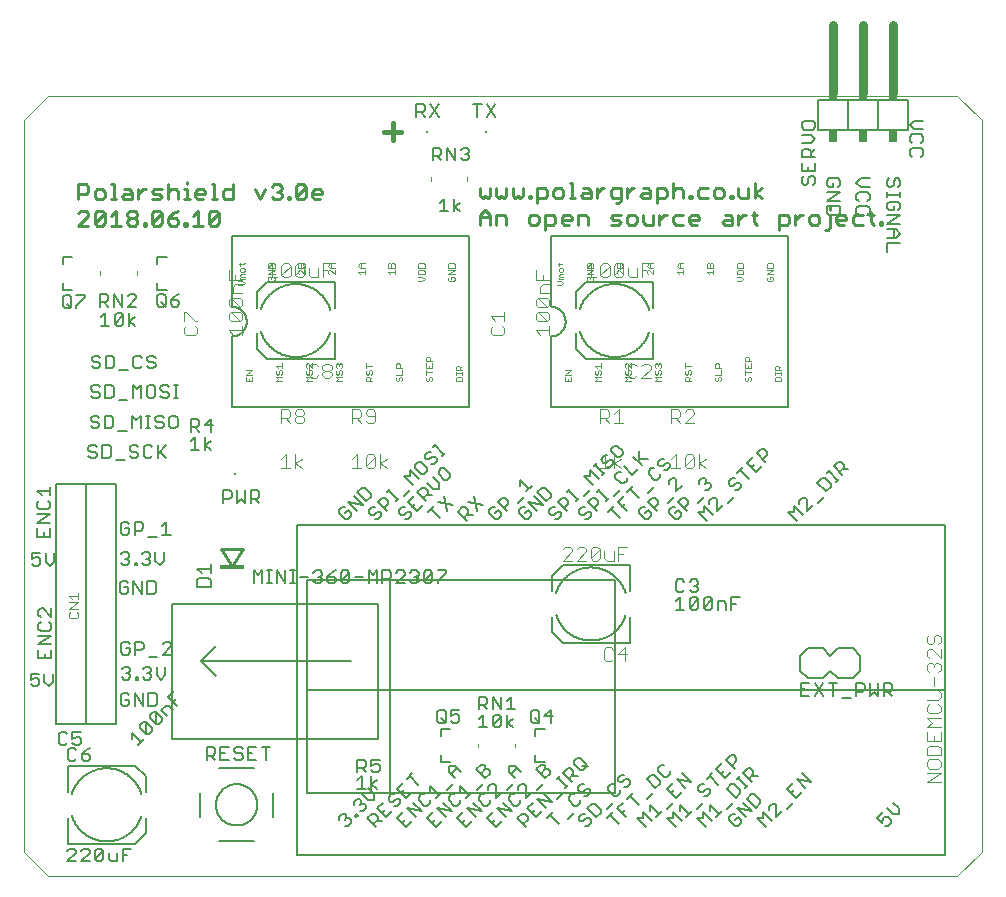
<source format=gto>
G75*
%MOIN*%
%OFA0B0*%
%FSLAX25Y25*%
%IPPOS*%
%LPD*%
%AMOC8*
5,1,8,0,0,1.08239X$1,22.5*
%
%ADD10C,0.00000*%
%ADD11C,0.01500*%
%ADD12C,0.00800*%
%ADD13C,0.00600*%
%ADD14C,0.00900*%
%ADD15C,0.00500*%
%ADD16C,0.00400*%
%ADD17C,0.00200*%
%ADD18R,0.00787X0.00787*%
%ADD19C,0.03000*%
%ADD20R,0.03000X0.02000*%
%ADD21R,0.03000X0.04000*%
%ADD22C,0.01000*%
%ADD23R,0.08268X0.01181*%
D10*
X0001000Y0008874D02*
X0001000Y0252969D01*
X0008874Y0260843D01*
X0312024Y0260843D01*
X0320409Y0252969D01*
X0320409Y0008874D01*
X0312024Y0001000D01*
X0008874Y0001000D01*
X0001000Y0008874D01*
D11*
X0123877Y0246081D02*
X0123877Y0251753D01*
X0121041Y0248917D02*
X0126713Y0248917D01*
D12*
X0131833Y0254038D02*
X0131833Y0258241D01*
X0133935Y0258241D01*
X0134635Y0257541D01*
X0134635Y0256140D01*
X0133935Y0255439D01*
X0131833Y0255439D01*
X0133234Y0255439D02*
X0134635Y0254038D01*
X0136437Y0254038D02*
X0139239Y0258241D01*
X0136437Y0258241D02*
X0139239Y0254038D01*
X0150731Y0258241D02*
X0153533Y0258241D01*
X0152132Y0258241D02*
X0152132Y0254038D01*
X0155335Y0254038D02*
X0158137Y0258241D01*
X0155335Y0258241D02*
X0158137Y0254038D01*
X0148645Y0243674D02*
X0147243Y0243674D01*
X0146543Y0242974D01*
X0144741Y0243674D02*
X0144741Y0239471D01*
X0141939Y0243674D01*
X0141939Y0239471D01*
X0140137Y0239471D02*
X0138736Y0240872D01*
X0139437Y0240872D02*
X0137335Y0240872D01*
X0137335Y0239471D02*
X0137335Y0243674D01*
X0139437Y0243674D01*
X0140137Y0242974D01*
X0140137Y0241573D01*
X0139437Y0240872D01*
X0146543Y0240171D02*
X0147243Y0239471D01*
X0148645Y0239471D01*
X0149345Y0240171D01*
X0149345Y0240872D01*
X0148645Y0241573D01*
X0147944Y0241573D01*
X0148645Y0241573D02*
X0149345Y0242273D01*
X0149345Y0242974D01*
X0148645Y0243674D01*
X0144301Y0226706D02*
X0144301Y0222502D01*
X0144301Y0223904D02*
X0146403Y0225305D01*
X0144301Y0223904D02*
X0146403Y0222502D01*
X0142500Y0222502D02*
X0139697Y0222502D01*
X0141098Y0222502D02*
X0141098Y0226706D01*
X0139697Y0225305D01*
X0104543Y0199031D02*
X0104543Y0190370D01*
X0104543Y0181709D02*
X0104543Y0173047D01*
X0082102Y0173047D01*
X0078559Y0176591D01*
X0078559Y0181709D01*
X0078559Y0190370D02*
X0078559Y0195488D01*
X0082102Y0199031D01*
X0104543Y0199031D01*
X0103165Y0182299D02*
X0103071Y0182018D01*
X0102969Y0181739D01*
X0102861Y0181463D01*
X0102746Y0181190D01*
X0102625Y0180919D01*
X0102497Y0180652D01*
X0102362Y0180387D01*
X0102221Y0180126D01*
X0102074Y0179869D01*
X0101921Y0179615D01*
X0101761Y0179365D01*
X0101596Y0179119D01*
X0101424Y0178877D01*
X0101247Y0178640D01*
X0101064Y0178406D01*
X0100875Y0178178D01*
X0100680Y0177953D01*
X0100481Y0177734D01*
X0100276Y0177520D01*
X0100066Y0177311D01*
X0099851Y0177107D01*
X0099630Y0176908D01*
X0099406Y0176714D01*
X0099176Y0176527D01*
X0098942Y0176344D01*
X0098704Y0176168D01*
X0098461Y0175997D01*
X0098215Y0175833D01*
X0097964Y0175674D01*
X0097710Y0175522D01*
X0097451Y0175376D01*
X0097190Y0175236D01*
X0096925Y0175102D01*
X0096657Y0174975D01*
X0096386Y0174855D01*
X0096112Y0174741D01*
X0095836Y0174634D01*
X0095556Y0174534D01*
X0095275Y0174441D01*
X0094991Y0174354D01*
X0094706Y0174275D01*
X0094418Y0174202D01*
X0094129Y0174136D01*
X0093838Y0174078D01*
X0093546Y0174027D01*
X0093253Y0173982D01*
X0092959Y0173945D01*
X0092664Y0173915D01*
X0092368Y0173892D01*
X0092072Y0173877D01*
X0091775Y0173869D01*
X0091479Y0173867D01*
X0091182Y0173874D01*
X0090886Y0173887D01*
X0090590Y0173907D01*
X0090295Y0173935D01*
X0090001Y0173970D01*
X0089707Y0174012D01*
X0089415Y0174062D01*
X0089123Y0174118D01*
X0088834Y0174181D01*
X0088546Y0174252D01*
X0088259Y0174329D01*
X0087975Y0174414D01*
X0087693Y0174505D01*
X0087413Y0174603D01*
X0087136Y0174708D01*
X0086861Y0174820D01*
X0086589Y0174938D01*
X0086320Y0175063D01*
X0086054Y0175195D01*
X0085792Y0175332D01*
X0085533Y0175477D01*
X0085277Y0175627D01*
X0085025Y0175784D01*
X0084777Y0175947D01*
X0084534Y0176115D01*
X0084294Y0176290D01*
X0084059Y0176471D01*
X0083828Y0176657D01*
X0083601Y0176848D01*
X0083380Y0177045D01*
X0083163Y0177248D01*
X0082952Y0177456D01*
X0082745Y0177668D01*
X0082544Y0177886D01*
X0082348Y0178109D01*
X0082157Y0178336D01*
X0081972Y0178568D01*
X0081793Y0178804D01*
X0081620Y0179045D01*
X0081453Y0179290D01*
X0081291Y0179539D01*
X0081136Y0179791D01*
X0080987Y0180048D01*
X0080844Y0180307D01*
X0080707Y0180571D01*
X0080577Y0180837D01*
X0080454Y0181107D01*
X0080337Y0181379D01*
X0080227Y0181655D01*
X0080124Y0181933D01*
X0080027Y0182213D01*
X0079937Y0182496D01*
X0079937Y0189779D02*
X0080031Y0190060D01*
X0080133Y0190339D01*
X0080241Y0190615D01*
X0080356Y0190888D01*
X0080477Y0191159D01*
X0080605Y0191426D01*
X0080740Y0191691D01*
X0080881Y0191952D01*
X0081028Y0192209D01*
X0081181Y0192463D01*
X0081341Y0192713D01*
X0081506Y0192959D01*
X0081678Y0193201D01*
X0081855Y0193438D01*
X0082038Y0193672D01*
X0082227Y0193900D01*
X0082422Y0194125D01*
X0082621Y0194344D01*
X0082826Y0194558D01*
X0083036Y0194767D01*
X0083251Y0194971D01*
X0083472Y0195170D01*
X0083696Y0195364D01*
X0083926Y0195551D01*
X0084160Y0195734D01*
X0084398Y0195910D01*
X0084641Y0196081D01*
X0084887Y0196245D01*
X0085138Y0196404D01*
X0085392Y0196556D01*
X0085651Y0196702D01*
X0085912Y0196842D01*
X0086177Y0196976D01*
X0086445Y0197103D01*
X0086716Y0197223D01*
X0086990Y0197337D01*
X0087266Y0197444D01*
X0087546Y0197544D01*
X0087827Y0197637D01*
X0088111Y0197724D01*
X0088396Y0197803D01*
X0088684Y0197876D01*
X0088973Y0197942D01*
X0089264Y0198000D01*
X0089556Y0198051D01*
X0089849Y0198096D01*
X0090143Y0198133D01*
X0090438Y0198163D01*
X0090734Y0198186D01*
X0091030Y0198201D01*
X0091327Y0198209D01*
X0091623Y0198211D01*
X0091920Y0198204D01*
X0092216Y0198191D01*
X0092512Y0198171D01*
X0092807Y0198143D01*
X0093101Y0198108D01*
X0093395Y0198066D01*
X0093687Y0198016D01*
X0093979Y0197960D01*
X0094268Y0197897D01*
X0094556Y0197826D01*
X0094843Y0197749D01*
X0095127Y0197664D01*
X0095409Y0197573D01*
X0095689Y0197475D01*
X0095966Y0197370D01*
X0096241Y0197258D01*
X0096513Y0197140D01*
X0096782Y0197015D01*
X0097048Y0196883D01*
X0097310Y0196746D01*
X0097569Y0196601D01*
X0097825Y0196451D01*
X0098077Y0196294D01*
X0098325Y0196131D01*
X0098568Y0195963D01*
X0098808Y0195788D01*
X0099043Y0195607D01*
X0099274Y0195421D01*
X0099501Y0195230D01*
X0099722Y0195033D01*
X0099939Y0194830D01*
X0100150Y0194622D01*
X0100357Y0194410D01*
X0100558Y0194192D01*
X0100754Y0193969D01*
X0100945Y0193742D01*
X0101130Y0193510D01*
X0101309Y0193274D01*
X0101482Y0193033D01*
X0101649Y0192788D01*
X0101811Y0192539D01*
X0101966Y0192287D01*
X0102115Y0192030D01*
X0102258Y0191771D01*
X0102395Y0191507D01*
X0102525Y0191241D01*
X0102648Y0190971D01*
X0102765Y0190699D01*
X0102875Y0190423D01*
X0102978Y0190145D01*
X0103075Y0189865D01*
X0103165Y0189582D01*
X0063342Y0153202D02*
X0061240Y0151100D01*
X0064043Y0151100D01*
X0063342Y0148998D02*
X0063342Y0153202D01*
X0059439Y0152501D02*
X0059439Y0151100D01*
X0058738Y0150400D01*
X0056636Y0150400D01*
X0058037Y0150400D02*
X0059439Y0148998D01*
X0058037Y0147178D02*
X0056636Y0145777D01*
X0058037Y0147178D02*
X0058037Y0142975D01*
X0056636Y0142975D02*
X0059439Y0142975D01*
X0061240Y0142975D02*
X0061240Y0147178D01*
X0063342Y0145777D02*
X0061240Y0144376D01*
X0063342Y0142975D01*
X0056636Y0148998D02*
X0056636Y0153202D01*
X0058738Y0153202D01*
X0059439Y0152501D01*
X0052181Y0153564D02*
X0052181Y0150762D01*
X0051480Y0150061D01*
X0050079Y0150061D01*
X0049379Y0150762D01*
X0049379Y0153564D01*
X0050079Y0154265D01*
X0051480Y0154265D01*
X0052181Y0153564D01*
X0047577Y0153564D02*
X0046877Y0154265D01*
X0045475Y0154265D01*
X0044775Y0153564D01*
X0044775Y0152864D01*
X0045475Y0152163D01*
X0046877Y0152163D01*
X0047577Y0151463D01*
X0047577Y0150762D01*
X0046877Y0150061D01*
X0045475Y0150061D01*
X0044775Y0150762D01*
X0043107Y0150061D02*
X0041705Y0150061D01*
X0042406Y0150061D02*
X0042406Y0154265D01*
X0041705Y0154265D02*
X0043107Y0154265D01*
X0039904Y0154265D02*
X0039904Y0150061D01*
X0037102Y0150061D02*
X0037102Y0154265D01*
X0038503Y0152864D01*
X0039904Y0154265D01*
X0040087Y0160250D02*
X0040087Y0164453D01*
X0038686Y0163052D01*
X0037284Y0164453D01*
X0037284Y0160250D01*
X0035483Y0159549D02*
X0032680Y0159549D01*
X0030879Y0160950D02*
X0030879Y0163753D01*
X0030178Y0164453D01*
X0028077Y0164453D01*
X0028077Y0160250D01*
X0030178Y0160250D01*
X0030879Y0160950D01*
X0026275Y0160950D02*
X0025574Y0160250D01*
X0024173Y0160250D01*
X0023473Y0160950D01*
X0024173Y0162352D02*
X0025574Y0162352D01*
X0026275Y0161651D01*
X0026275Y0160950D01*
X0024173Y0162352D02*
X0023473Y0163052D01*
X0023473Y0163753D01*
X0024173Y0164453D01*
X0025574Y0164453D01*
X0026275Y0163753D01*
X0025737Y0170092D02*
X0024336Y0170092D01*
X0023636Y0170793D01*
X0024336Y0172194D02*
X0025737Y0172194D01*
X0026438Y0171494D01*
X0026438Y0170793D01*
X0025737Y0170092D01*
X0028240Y0170092D02*
X0030341Y0170092D01*
X0031042Y0170793D01*
X0031042Y0173595D01*
X0030341Y0174296D01*
X0028240Y0174296D01*
X0028240Y0170092D01*
X0024336Y0172194D02*
X0023636Y0172895D01*
X0023636Y0173595D01*
X0024336Y0174296D01*
X0025737Y0174296D01*
X0026438Y0173595D01*
X0032844Y0169392D02*
X0035646Y0169392D01*
X0037447Y0170793D02*
X0038148Y0170092D01*
X0039549Y0170092D01*
X0040250Y0170793D01*
X0042051Y0170793D02*
X0042752Y0170092D01*
X0044153Y0170092D01*
X0044854Y0170793D01*
X0044854Y0171494D01*
X0044153Y0172194D01*
X0042752Y0172194D01*
X0042051Y0172895D01*
X0042051Y0173595D01*
X0042752Y0174296D01*
X0044153Y0174296D01*
X0044854Y0173595D01*
X0040250Y0173595D02*
X0039549Y0174296D01*
X0038148Y0174296D01*
X0037447Y0173595D01*
X0037447Y0170793D01*
X0042589Y0164453D02*
X0041888Y0163753D01*
X0041888Y0160950D01*
X0042589Y0160250D01*
X0043990Y0160250D01*
X0044691Y0160950D01*
X0044691Y0163753D01*
X0043990Y0164453D01*
X0042589Y0164453D01*
X0046492Y0163753D02*
X0046492Y0163052D01*
X0047193Y0162352D01*
X0048594Y0162352D01*
X0049295Y0161651D01*
X0049295Y0160950D01*
X0048594Y0160250D01*
X0047193Y0160250D01*
X0046492Y0160950D01*
X0046492Y0163753D02*
X0047193Y0164453D01*
X0048594Y0164453D01*
X0049295Y0163753D01*
X0051096Y0164453D02*
X0052497Y0164453D01*
X0051797Y0164453D02*
X0051797Y0160250D01*
X0052497Y0160250D02*
X0051096Y0160250D01*
X0048324Y0144422D02*
X0045522Y0141620D01*
X0046223Y0142321D02*
X0048324Y0140219D01*
X0045522Y0140219D02*
X0045522Y0144422D01*
X0043720Y0143722D02*
X0043020Y0144422D01*
X0041619Y0144422D01*
X0040918Y0143722D01*
X0040918Y0140919D01*
X0041619Y0140219D01*
X0043020Y0140219D01*
X0043720Y0140919D01*
X0039117Y0140919D02*
X0038416Y0140219D01*
X0037015Y0140219D01*
X0036314Y0140919D01*
X0037015Y0142321D02*
X0038416Y0142321D01*
X0039117Y0141620D01*
X0039117Y0140919D01*
X0037015Y0142321D02*
X0036314Y0143021D01*
X0036314Y0143722D01*
X0037015Y0144422D01*
X0038416Y0144422D01*
X0039117Y0143722D01*
X0034513Y0139518D02*
X0031710Y0139518D01*
X0029909Y0140919D02*
X0029909Y0143722D01*
X0029208Y0144422D01*
X0027106Y0144422D01*
X0027106Y0140219D01*
X0029208Y0140219D01*
X0029909Y0140919D01*
X0025305Y0140919D02*
X0024604Y0140219D01*
X0023203Y0140219D01*
X0022502Y0140919D01*
X0023203Y0142321D02*
X0024604Y0142321D01*
X0025305Y0141620D01*
X0025305Y0140919D01*
X0023203Y0142321D02*
X0022502Y0143021D01*
X0022502Y0143722D01*
X0023203Y0144422D01*
X0024604Y0144422D01*
X0025305Y0143722D01*
X0025392Y0150061D02*
X0023990Y0150061D01*
X0023290Y0150762D01*
X0023990Y0152163D02*
X0025392Y0152163D01*
X0026092Y0151463D01*
X0026092Y0150762D01*
X0025392Y0150061D01*
X0027894Y0150061D02*
X0027894Y0154265D01*
X0029995Y0154265D01*
X0030696Y0153564D01*
X0030696Y0150762D01*
X0029995Y0150061D01*
X0027894Y0150061D01*
X0026092Y0153564D02*
X0025392Y0154265D01*
X0023990Y0154265D01*
X0023290Y0153564D01*
X0023290Y0152864D01*
X0023990Y0152163D01*
X0032498Y0149361D02*
X0035300Y0149361D01*
X0009655Y0130613D02*
X0009655Y0127810D01*
X0009655Y0129211D02*
X0005452Y0129211D01*
X0006853Y0127810D01*
X0006152Y0126009D02*
X0005452Y0125308D01*
X0005452Y0123907D01*
X0006152Y0123206D01*
X0008955Y0123206D01*
X0009655Y0123907D01*
X0009655Y0125308D01*
X0008955Y0126009D01*
X0009655Y0121405D02*
X0005452Y0121405D01*
X0005452Y0118602D02*
X0009655Y0121405D01*
X0009655Y0118602D02*
X0005452Y0118602D01*
X0005452Y0116801D02*
X0005452Y0113998D01*
X0009655Y0113998D01*
X0009655Y0116801D01*
X0007553Y0115400D02*
X0007553Y0113998D01*
X0008213Y0108478D02*
X0008213Y0105675D01*
X0009615Y0104274D01*
X0011016Y0105675D01*
X0011016Y0108478D01*
X0006412Y0108478D02*
X0003609Y0108478D01*
X0003609Y0106376D01*
X0005011Y0107076D01*
X0005711Y0107076D01*
X0006412Y0106376D01*
X0006412Y0104975D01*
X0005711Y0104274D01*
X0004310Y0104274D01*
X0003609Y0104975D01*
X0006546Y0090061D02*
X0005845Y0089361D01*
X0005845Y0087960D01*
X0006546Y0087259D01*
X0006546Y0085457D02*
X0005845Y0084757D01*
X0005845Y0083356D01*
X0006546Y0082655D01*
X0009348Y0082655D01*
X0010049Y0083356D01*
X0010049Y0084757D01*
X0009348Y0085457D01*
X0010049Y0087259D02*
X0007246Y0090061D01*
X0006546Y0090061D01*
X0010049Y0090061D02*
X0010049Y0087259D01*
X0010049Y0080854D02*
X0005845Y0080854D01*
X0005845Y0078051D02*
X0010049Y0080854D01*
X0010049Y0078051D02*
X0005845Y0078051D01*
X0005845Y0076250D02*
X0005845Y0073447D01*
X0010049Y0073447D01*
X0010049Y0076250D01*
X0007947Y0074848D02*
X0007947Y0073447D01*
X0007820Y0068320D02*
X0007820Y0065518D01*
X0009221Y0064117D01*
X0010622Y0065518D01*
X0010622Y0068320D01*
X0006018Y0068320D02*
X0003216Y0068320D01*
X0003216Y0066218D01*
X0004617Y0066919D01*
X0005318Y0066919D01*
X0006018Y0066218D01*
X0006018Y0064817D01*
X0005318Y0064117D01*
X0003916Y0064117D01*
X0003216Y0064817D01*
X0013247Y0048753D02*
X0012546Y0048053D01*
X0012546Y0045250D01*
X0013247Y0044550D01*
X0014648Y0044550D01*
X0015349Y0045250D01*
X0017150Y0045250D02*
X0017851Y0044550D01*
X0019252Y0044550D01*
X0019953Y0045250D01*
X0019953Y0046651D01*
X0019252Y0047352D01*
X0018552Y0047352D01*
X0017150Y0046651D01*
X0017150Y0048753D01*
X0019953Y0048753D01*
X0017714Y0043517D02*
X0016313Y0043517D01*
X0015613Y0042816D01*
X0015613Y0040014D01*
X0016313Y0039313D01*
X0017714Y0039313D01*
X0018415Y0040014D01*
X0020217Y0040014D02*
X0020217Y0041415D01*
X0022318Y0041415D01*
X0023019Y0040715D01*
X0023019Y0040014D01*
X0022318Y0039313D01*
X0020917Y0039313D01*
X0020217Y0040014D01*
X0020217Y0041415D02*
X0021618Y0042816D01*
X0023019Y0043517D01*
X0018415Y0042816D02*
X0017714Y0043517D01*
X0015349Y0048053D02*
X0014648Y0048753D01*
X0013247Y0048753D01*
X0015567Y0037614D02*
X0038008Y0037614D01*
X0041551Y0034071D01*
X0041551Y0028953D01*
X0041551Y0020291D02*
X0041551Y0015173D01*
X0038008Y0011630D01*
X0015567Y0011630D01*
X0015567Y0020291D01*
X0015567Y0028953D02*
X0015567Y0037614D01*
X0016945Y0028362D02*
X0017039Y0028643D01*
X0017141Y0028922D01*
X0017249Y0029198D01*
X0017364Y0029471D01*
X0017485Y0029742D01*
X0017613Y0030009D01*
X0017748Y0030274D01*
X0017889Y0030535D01*
X0018036Y0030792D01*
X0018189Y0031046D01*
X0018349Y0031296D01*
X0018514Y0031542D01*
X0018686Y0031784D01*
X0018863Y0032021D01*
X0019046Y0032255D01*
X0019235Y0032483D01*
X0019430Y0032708D01*
X0019629Y0032927D01*
X0019834Y0033141D01*
X0020044Y0033350D01*
X0020259Y0033554D01*
X0020480Y0033753D01*
X0020704Y0033947D01*
X0020934Y0034134D01*
X0021168Y0034317D01*
X0021406Y0034493D01*
X0021649Y0034664D01*
X0021895Y0034828D01*
X0022146Y0034987D01*
X0022400Y0035139D01*
X0022659Y0035285D01*
X0022920Y0035425D01*
X0023185Y0035559D01*
X0023453Y0035686D01*
X0023724Y0035806D01*
X0023998Y0035920D01*
X0024274Y0036027D01*
X0024554Y0036127D01*
X0024835Y0036220D01*
X0025119Y0036307D01*
X0025404Y0036386D01*
X0025692Y0036459D01*
X0025981Y0036525D01*
X0026272Y0036583D01*
X0026564Y0036634D01*
X0026857Y0036679D01*
X0027151Y0036716D01*
X0027446Y0036746D01*
X0027742Y0036769D01*
X0028038Y0036784D01*
X0028335Y0036792D01*
X0028631Y0036794D01*
X0028928Y0036787D01*
X0029224Y0036774D01*
X0029520Y0036754D01*
X0029815Y0036726D01*
X0030109Y0036691D01*
X0030403Y0036649D01*
X0030695Y0036599D01*
X0030987Y0036543D01*
X0031276Y0036480D01*
X0031564Y0036409D01*
X0031851Y0036332D01*
X0032135Y0036247D01*
X0032417Y0036156D01*
X0032697Y0036058D01*
X0032974Y0035953D01*
X0033249Y0035841D01*
X0033521Y0035723D01*
X0033790Y0035598D01*
X0034056Y0035466D01*
X0034318Y0035329D01*
X0034577Y0035184D01*
X0034833Y0035034D01*
X0035085Y0034877D01*
X0035333Y0034714D01*
X0035576Y0034546D01*
X0035816Y0034371D01*
X0036051Y0034190D01*
X0036282Y0034004D01*
X0036509Y0033813D01*
X0036730Y0033616D01*
X0036947Y0033413D01*
X0037158Y0033205D01*
X0037365Y0032993D01*
X0037566Y0032775D01*
X0037762Y0032552D01*
X0037953Y0032325D01*
X0038138Y0032093D01*
X0038317Y0031857D01*
X0038490Y0031616D01*
X0038657Y0031371D01*
X0038819Y0031122D01*
X0038974Y0030870D01*
X0039123Y0030613D01*
X0039266Y0030354D01*
X0039403Y0030090D01*
X0039533Y0029824D01*
X0039656Y0029554D01*
X0039773Y0029282D01*
X0039883Y0029006D01*
X0039986Y0028728D01*
X0040083Y0028448D01*
X0040173Y0028165D01*
X0040173Y0020882D02*
X0040079Y0020601D01*
X0039977Y0020322D01*
X0039869Y0020046D01*
X0039754Y0019773D01*
X0039633Y0019502D01*
X0039505Y0019235D01*
X0039370Y0018970D01*
X0039229Y0018709D01*
X0039082Y0018452D01*
X0038929Y0018198D01*
X0038769Y0017948D01*
X0038604Y0017702D01*
X0038432Y0017460D01*
X0038255Y0017223D01*
X0038072Y0016989D01*
X0037883Y0016761D01*
X0037688Y0016536D01*
X0037489Y0016317D01*
X0037284Y0016103D01*
X0037074Y0015894D01*
X0036859Y0015690D01*
X0036638Y0015491D01*
X0036414Y0015297D01*
X0036184Y0015110D01*
X0035950Y0014927D01*
X0035712Y0014751D01*
X0035469Y0014580D01*
X0035223Y0014416D01*
X0034972Y0014257D01*
X0034718Y0014105D01*
X0034459Y0013959D01*
X0034198Y0013819D01*
X0033933Y0013685D01*
X0033665Y0013558D01*
X0033394Y0013438D01*
X0033120Y0013324D01*
X0032844Y0013217D01*
X0032564Y0013117D01*
X0032283Y0013024D01*
X0031999Y0012937D01*
X0031714Y0012858D01*
X0031426Y0012785D01*
X0031137Y0012719D01*
X0030846Y0012661D01*
X0030554Y0012610D01*
X0030261Y0012565D01*
X0029967Y0012528D01*
X0029672Y0012498D01*
X0029376Y0012475D01*
X0029080Y0012460D01*
X0028783Y0012452D01*
X0028487Y0012450D01*
X0028190Y0012457D01*
X0027894Y0012470D01*
X0027598Y0012490D01*
X0027303Y0012518D01*
X0027009Y0012553D01*
X0026715Y0012595D01*
X0026423Y0012645D01*
X0026131Y0012701D01*
X0025842Y0012764D01*
X0025554Y0012835D01*
X0025267Y0012912D01*
X0024983Y0012997D01*
X0024701Y0013088D01*
X0024421Y0013186D01*
X0024144Y0013291D01*
X0023869Y0013403D01*
X0023597Y0013521D01*
X0023328Y0013646D01*
X0023062Y0013778D01*
X0022800Y0013915D01*
X0022541Y0014060D01*
X0022285Y0014210D01*
X0022033Y0014367D01*
X0021785Y0014530D01*
X0021542Y0014698D01*
X0021302Y0014873D01*
X0021067Y0015054D01*
X0020836Y0015240D01*
X0020609Y0015431D01*
X0020388Y0015628D01*
X0020171Y0015831D01*
X0019960Y0016039D01*
X0019753Y0016251D01*
X0019552Y0016469D01*
X0019356Y0016692D01*
X0019165Y0016919D01*
X0018980Y0017151D01*
X0018801Y0017387D01*
X0018628Y0017628D01*
X0018461Y0017873D01*
X0018299Y0018122D01*
X0018144Y0018374D01*
X0017995Y0018631D01*
X0017852Y0018890D01*
X0017715Y0019154D01*
X0017585Y0019420D01*
X0017462Y0019690D01*
X0017345Y0019962D01*
X0017235Y0020238D01*
X0017132Y0020516D01*
X0017035Y0020796D01*
X0016945Y0021079D01*
X0017577Y0009993D02*
X0016175Y0009993D01*
X0015475Y0009293D01*
X0017577Y0009993D02*
X0018277Y0009293D01*
X0018277Y0008592D01*
X0015475Y0005790D01*
X0018277Y0005790D01*
X0020079Y0005790D02*
X0022881Y0008592D01*
X0022881Y0009293D01*
X0022181Y0009993D01*
X0020779Y0009993D01*
X0020079Y0009293D01*
X0024683Y0009293D02*
X0024683Y0006490D01*
X0027485Y0009293D01*
X0027485Y0006490D01*
X0026784Y0005790D01*
X0025383Y0005790D01*
X0024683Y0006490D01*
X0022881Y0005790D02*
X0020079Y0005790D01*
X0024683Y0009293D02*
X0025383Y0009993D01*
X0026784Y0009993D01*
X0027485Y0009293D01*
X0029287Y0008592D02*
X0029287Y0006490D01*
X0029987Y0005790D01*
X0032089Y0005790D01*
X0032089Y0008592D01*
X0033891Y0007892D02*
X0035292Y0007892D01*
X0033891Y0009993D02*
X0036693Y0009993D01*
X0033891Y0009993D02*
X0033891Y0005790D01*
X0059661Y0020685D02*
X0059661Y0028559D01*
X0065961Y0036827D02*
X0077772Y0036827D01*
X0078487Y0039628D02*
X0075684Y0039628D01*
X0075684Y0043832D01*
X0078487Y0043832D01*
X0080288Y0043832D02*
X0083091Y0043832D01*
X0081689Y0043832D02*
X0081689Y0039628D01*
X0077085Y0041730D02*
X0075684Y0041730D01*
X0073883Y0041030D02*
X0073883Y0040329D01*
X0073182Y0039628D01*
X0071781Y0039628D01*
X0071080Y0040329D01*
X0071781Y0041730D02*
X0073182Y0041730D01*
X0073883Y0041030D01*
X0073883Y0043131D02*
X0073182Y0043832D01*
X0071781Y0043832D01*
X0071080Y0043131D01*
X0071080Y0042431D01*
X0071781Y0041730D01*
X0069279Y0039628D02*
X0066476Y0039628D01*
X0066476Y0043832D01*
X0069279Y0043832D01*
X0067878Y0041730D02*
X0066476Y0041730D01*
X0064675Y0041730D02*
X0063974Y0041030D01*
X0061872Y0041030D01*
X0063274Y0041030D02*
X0064675Y0039628D01*
X0064675Y0041730D02*
X0064675Y0043131D01*
X0063974Y0043832D01*
X0061872Y0043832D01*
X0061872Y0039628D01*
X0064976Y0024622D02*
X0064978Y0024791D01*
X0064984Y0024960D01*
X0064995Y0025129D01*
X0065009Y0025297D01*
X0065028Y0025465D01*
X0065051Y0025633D01*
X0065077Y0025800D01*
X0065108Y0025966D01*
X0065143Y0026132D01*
X0065182Y0026296D01*
X0065226Y0026460D01*
X0065273Y0026622D01*
X0065324Y0026783D01*
X0065379Y0026943D01*
X0065438Y0027102D01*
X0065500Y0027259D01*
X0065567Y0027414D01*
X0065638Y0027568D01*
X0065712Y0027720D01*
X0065790Y0027870D01*
X0065871Y0028018D01*
X0065956Y0028164D01*
X0066045Y0028308D01*
X0066137Y0028450D01*
X0066233Y0028589D01*
X0066332Y0028726D01*
X0066434Y0028861D01*
X0066540Y0028993D01*
X0066649Y0029122D01*
X0066761Y0029249D01*
X0066876Y0029373D01*
X0066994Y0029494D01*
X0067115Y0029612D01*
X0067239Y0029727D01*
X0067366Y0029839D01*
X0067495Y0029948D01*
X0067627Y0030054D01*
X0067762Y0030156D01*
X0067899Y0030255D01*
X0068038Y0030351D01*
X0068180Y0030443D01*
X0068324Y0030532D01*
X0068470Y0030617D01*
X0068618Y0030698D01*
X0068768Y0030776D01*
X0068920Y0030850D01*
X0069074Y0030921D01*
X0069229Y0030988D01*
X0069386Y0031050D01*
X0069545Y0031109D01*
X0069705Y0031164D01*
X0069866Y0031215D01*
X0070028Y0031262D01*
X0070192Y0031306D01*
X0070356Y0031345D01*
X0070522Y0031380D01*
X0070688Y0031411D01*
X0070855Y0031437D01*
X0071023Y0031460D01*
X0071191Y0031479D01*
X0071359Y0031493D01*
X0071528Y0031504D01*
X0071697Y0031510D01*
X0071866Y0031512D01*
X0072035Y0031510D01*
X0072204Y0031504D01*
X0072373Y0031493D01*
X0072541Y0031479D01*
X0072709Y0031460D01*
X0072877Y0031437D01*
X0073044Y0031411D01*
X0073210Y0031380D01*
X0073376Y0031345D01*
X0073540Y0031306D01*
X0073704Y0031262D01*
X0073866Y0031215D01*
X0074027Y0031164D01*
X0074187Y0031109D01*
X0074346Y0031050D01*
X0074503Y0030988D01*
X0074658Y0030921D01*
X0074812Y0030850D01*
X0074964Y0030776D01*
X0075114Y0030698D01*
X0075262Y0030617D01*
X0075408Y0030532D01*
X0075552Y0030443D01*
X0075694Y0030351D01*
X0075833Y0030255D01*
X0075970Y0030156D01*
X0076105Y0030054D01*
X0076237Y0029948D01*
X0076366Y0029839D01*
X0076493Y0029727D01*
X0076617Y0029612D01*
X0076738Y0029494D01*
X0076856Y0029373D01*
X0076971Y0029249D01*
X0077083Y0029122D01*
X0077192Y0028993D01*
X0077298Y0028861D01*
X0077400Y0028726D01*
X0077499Y0028589D01*
X0077595Y0028450D01*
X0077687Y0028308D01*
X0077776Y0028164D01*
X0077861Y0028018D01*
X0077942Y0027870D01*
X0078020Y0027720D01*
X0078094Y0027568D01*
X0078165Y0027414D01*
X0078232Y0027259D01*
X0078294Y0027102D01*
X0078353Y0026943D01*
X0078408Y0026783D01*
X0078459Y0026622D01*
X0078506Y0026460D01*
X0078550Y0026296D01*
X0078589Y0026132D01*
X0078624Y0025966D01*
X0078655Y0025800D01*
X0078681Y0025633D01*
X0078704Y0025465D01*
X0078723Y0025297D01*
X0078737Y0025129D01*
X0078748Y0024960D01*
X0078754Y0024791D01*
X0078756Y0024622D01*
X0078754Y0024453D01*
X0078748Y0024284D01*
X0078737Y0024115D01*
X0078723Y0023947D01*
X0078704Y0023779D01*
X0078681Y0023611D01*
X0078655Y0023444D01*
X0078624Y0023278D01*
X0078589Y0023112D01*
X0078550Y0022948D01*
X0078506Y0022784D01*
X0078459Y0022622D01*
X0078408Y0022461D01*
X0078353Y0022301D01*
X0078294Y0022142D01*
X0078232Y0021985D01*
X0078165Y0021830D01*
X0078094Y0021676D01*
X0078020Y0021524D01*
X0077942Y0021374D01*
X0077861Y0021226D01*
X0077776Y0021080D01*
X0077687Y0020936D01*
X0077595Y0020794D01*
X0077499Y0020655D01*
X0077400Y0020518D01*
X0077298Y0020383D01*
X0077192Y0020251D01*
X0077083Y0020122D01*
X0076971Y0019995D01*
X0076856Y0019871D01*
X0076738Y0019750D01*
X0076617Y0019632D01*
X0076493Y0019517D01*
X0076366Y0019405D01*
X0076237Y0019296D01*
X0076105Y0019190D01*
X0075970Y0019088D01*
X0075833Y0018989D01*
X0075694Y0018893D01*
X0075552Y0018801D01*
X0075408Y0018712D01*
X0075262Y0018627D01*
X0075114Y0018546D01*
X0074964Y0018468D01*
X0074812Y0018394D01*
X0074658Y0018323D01*
X0074503Y0018256D01*
X0074346Y0018194D01*
X0074187Y0018135D01*
X0074027Y0018080D01*
X0073866Y0018029D01*
X0073704Y0017982D01*
X0073540Y0017938D01*
X0073376Y0017899D01*
X0073210Y0017864D01*
X0073044Y0017833D01*
X0072877Y0017807D01*
X0072709Y0017784D01*
X0072541Y0017765D01*
X0072373Y0017751D01*
X0072204Y0017740D01*
X0072035Y0017734D01*
X0071866Y0017732D01*
X0071697Y0017734D01*
X0071528Y0017740D01*
X0071359Y0017751D01*
X0071191Y0017765D01*
X0071023Y0017784D01*
X0070855Y0017807D01*
X0070688Y0017833D01*
X0070522Y0017864D01*
X0070356Y0017899D01*
X0070192Y0017938D01*
X0070028Y0017982D01*
X0069866Y0018029D01*
X0069705Y0018080D01*
X0069545Y0018135D01*
X0069386Y0018194D01*
X0069229Y0018256D01*
X0069074Y0018323D01*
X0068920Y0018394D01*
X0068768Y0018468D01*
X0068618Y0018546D01*
X0068470Y0018627D01*
X0068324Y0018712D01*
X0068180Y0018801D01*
X0068038Y0018893D01*
X0067899Y0018989D01*
X0067762Y0019088D01*
X0067627Y0019190D01*
X0067495Y0019296D01*
X0067366Y0019405D01*
X0067239Y0019517D01*
X0067115Y0019632D01*
X0066994Y0019750D01*
X0066876Y0019871D01*
X0066761Y0019995D01*
X0066649Y0020122D01*
X0066540Y0020251D01*
X0066434Y0020383D01*
X0066332Y0020518D01*
X0066233Y0020655D01*
X0066137Y0020794D01*
X0066045Y0020936D01*
X0065956Y0021080D01*
X0065871Y0021226D01*
X0065790Y0021374D01*
X0065712Y0021524D01*
X0065638Y0021676D01*
X0065567Y0021830D01*
X0065500Y0021985D01*
X0065438Y0022142D01*
X0065379Y0022301D01*
X0065324Y0022461D01*
X0065273Y0022622D01*
X0065226Y0022784D01*
X0065182Y0022948D01*
X0065143Y0023112D01*
X0065108Y0023278D01*
X0065077Y0023444D01*
X0065051Y0023611D01*
X0065028Y0023779D01*
X0065009Y0023947D01*
X0064995Y0024115D01*
X0064984Y0024284D01*
X0064978Y0024453D01*
X0064976Y0024622D01*
X0065961Y0012417D02*
X0077772Y0012417D01*
X0084071Y0020685D02*
X0084071Y0028559D01*
X0106003Y0020624D02*
X0106994Y0021615D01*
X0107985Y0021615D01*
X0108480Y0021119D01*
X0108480Y0020129D01*
X0109471Y0020129D01*
X0109966Y0019633D01*
X0109966Y0018642D01*
X0108976Y0017652D01*
X0107985Y0017652D01*
X0107985Y0019633D02*
X0108480Y0020129D01*
X0106003Y0020624D02*
X0106003Y0019633D01*
X0111240Y0020907D02*
X0111736Y0021402D01*
X0112231Y0020907D01*
X0111736Y0020412D01*
X0111240Y0020907D01*
X0112868Y0022535D02*
X0113859Y0022535D01*
X0114850Y0023526D01*
X0114850Y0024516D01*
X0114354Y0025012D01*
X0113363Y0025012D01*
X0112868Y0024516D01*
X0113363Y0025012D02*
X0113363Y0026003D01*
X0112868Y0026498D01*
X0111877Y0026498D01*
X0110886Y0025507D01*
X0110887Y0024516D01*
X0113647Y0028267D02*
X0115628Y0026286D01*
X0117610Y0026286D01*
X0117610Y0028267D01*
X0115628Y0030249D01*
X0114935Y0030022D02*
X0112133Y0030022D01*
X0113534Y0030022D02*
X0113534Y0034226D01*
X0112133Y0032824D01*
X0112153Y0035494D02*
X0112153Y0039698D01*
X0114255Y0039698D01*
X0114955Y0038997D01*
X0114955Y0037596D01*
X0114255Y0036896D01*
X0112153Y0036896D01*
X0113554Y0036896D02*
X0114955Y0035494D01*
X0116757Y0036195D02*
X0117457Y0035494D01*
X0118858Y0035494D01*
X0119559Y0036195D01*
X0119559Y0037596D01*
X0118858Y0038297D01*
X0118158Y0038297D01*
X0116757Y0037596D01*
X0116757Y0039698D01*
X0119559Y0039698D01*
X0116737Y0034226D02*
X0116737Y0030022D01*
X0116737Y0031423D02*
X0118838Y0030022D01*
X0116737Y0031423D02*
X0118838Y0032824D01*
X0123505Y0028126D02*
X0122514Y0027135D01*
X0122514Y0026144D01*
X0123010Y0025649D01*
X0124000Y0025649D01*
X0124991Y0026640D01*
X0125982Y0026640D01*
X0126477Y0026144D01*
X0126477Y0025153D01*
X0125487Y0024163D01*
X0124496Y0024163D01*
X0123717Y0022393D02*
X0121736Y0020412D01*
X0118763Y0023384D01*
X0120745Y0025366D01*
X0121240Y0022889D02*
X0120250Y0021898D01*
X0118976Y0020624D02*
X0117985Y0021615D01*
X0116994Y0021615D01*
X0115508Y0020129D01*
X0118480Y0017156D01*
X0117490Y0018147D02*
X0118976Y0019633D01*
X0118976Y0020624D01*
X0118480Y0019138D02*
X0120462Y0019138D01*
X0125508Y0020129D02*
X0128480Y0017156D01*
X0130462Y0019138D01*
X0131736Y0020412D02*
X0128763Y0023384D01*
X0133717Y0022393D01*
X0130745Y0025366D01*
X0132514Y0026144D02*
X0134496Y0024163D01*
X0135487Y0024163D01*
X0136477Y0025153D01*
X0136477Y0026144D01*
X0138247Y0026923D02*
X0140228Y0028904D01*
X0139237Y0027913D02*
X0136265Y0030886D01*
X0136265Y0028904D01*
X0134496Y0028126D02*
X0133505Y0028126D01*
X0132514Y0027135D01*
X0132514Y0026144D01*
X0130228Y0028904D02*
X0128247Y0026923D01*
X0125274Y0029895D01*
X0127256Y0031877D01*
X0128530Y0033150D02*
X0130511Y0035132D01*
X0129521Y0034141D02*
X0132493Y0031169D01*
X0127751Y0029400D02*
X0126761Y0028409D01*
X0124496Y0028126D02*
X0123505Y0028126D01*
X0127490Y0022110D02*
X0125508Y0020129D01*
X0126994Y0018642D02*
X0127985Y0019633D01*
X0135508Y0020129D02*
X0138480Y0017156D01*
X0140462Y0019138D01*
X0141736Y0020412D02*
X0138763Y0023384D01*
X0143717Y0022393D01*
X0140745Y0025366D01*
X0142514Y0026144D02*
X0144496Y0024163D01*
X0145487Y0024163D01*
X0146477Y0025153D01*
X0146477Y0026144D01*
X0148247Y0026923D02*
X0150228Y0028904D01*
X0149237Y0027913D02*
X0146265Y0030886D01*
X0146265Y0028904D01*
X0144496Y0028126D02*
X0143505Y0028126D01*
X0142514Y0027135D01*
X0142514Y0026144D01*
X0141998Y0029683D02*
X0143979Y0031664D01*
X0144758Y0033434D02*
X0142776Y0035415D01*
X0142776Y0037397D01*
X0144758Y0037397D01*
X0146739Y0035415D01*
X0145253Y0036901D02*
X0143271Y0034920D01*
X0143126Y0038795D02*
X0139976Y0038795D01*
X0139976Y0041157D01*
X0139976Y0047457D02*
X0139976Y0049819D01*
X0143126Y0049819D01*
X0144054Y0051998D02*
X0143353Y0052699D01*
X0144054Y0051998D02*
X0145455Y0051998D01*
X0146156Y0052699D01*
X0146156Y0054100D01*
X0145455Y0054801D01*
X0144754Y0054801D01*
X0143353Y0054100D01*
X0143353Y0056202D01*
X0146156Y0056202D01*
X0141552Y0055501D02*
X0141552Y0052699D01*
X0140851Y0051998D01*
X0139450Y0051998D01*
X0138749Y0052699D01*
X0138749Y0055501D01*
X0139450Y0056202D01*
X0140851Y0056202D01*
X0141552Y0055501D01*
X0140150Y0053400D02*
X0141552Y0051998D01*
X0152689Y0053258D02*
X0154091Y0054659D01*
X0154091Y0050455D01*
X0155492Y0050455D02*
X0152689Y0050455D01*
X0157293Y0051156D02*
X0157293Y0053958D01*
X0157994Y0054659D01*
X0159395Y0054659D01*
X0160096Y0053958D01*
X0157293Y0051156D01*
X0157994Y0050455D01*
X0159395Y0050455D01*
X0160096Y0051156D01*
X0160096Y0053958D01*
X0161897Y0054659D02*
X0161897Y0050455D01*
X0161897Y0051856D02*
X0163999Y0053258D01*
X0161897Y0051856D02*
X0163999Y0050455D01*
X0169852Y0052699D02*
X0170552Y0051998D01*
X0171953Y0051998D01*
X0172654Y0052699D01*
X0172654Y0055501D01*
X0171953Y0056202D01*
X0170552Y0056202D01*
X0169852Y0055501D01*
X0169852Y0052699D01*
X0171253Y0053400D02*
X0172654Y0051998D01*
X0171472Y0049819D02*
X0174622Y0049819D01*
X0176557Y0051998D02*
X0176557Y0056202D01*
X0174456Y0054100D01*
X0177258Y0054100D01*
X0171472Y0049819D02*
X0171472Y0047457D01*
X0171472Y0041157D02*
X0171472Y0038795D01*
X0174622Y0038795D01*
X0174262Y0037892D02*
X0174758Y0037397D01*
X0174758Y0036406D01*
X0173271Y0034920D01*
X0171785Y0036406D02*
X0173271Y0037892D01*
X0174262Y0037892D01*
X0174758Y0036406D02*
X0175748Y0036406D01*
X0176244Y0035911D01*
X0176244Y0034920D01*
X0174758Y0033434D01*
X0171785Y0036406D01*
X0173979Y0031664D02*
X0171998Y0029683D01*
X0170228Y0028904D02*
X0168247Y0026923D01*
X0168247Y0030886D01*
X0167751Y0031381D01*
X0166761Y0031381D01*
X0165770Y0030390D01*
X0165770Y0029400D01*
X0164496Y0028126D02*
X0163505Y0028126D01*
X0162514Y0027135D01*
X0162514Y0026144D01*
X0164496Y0024163D01*
X0165487Y0024163D01*
X0166477Y0025153D01*
X0166477Y0026144D01*
X0168763Y0023384D02*
X0171736Y0020412D01*
X0173717Y0022393D01*
X0174991Y0023667D02*
X0172019Y0026640D01*
X0176973Y0025649D01*
X0174000Y0028621D01*
X0170745Y0025366D02*
X0168763Y0023384D01*
X0167985Y0021615D02*
X0166994Y0021615D01*
X0165508Y0020129D01*
X0168480Y0017156D01*
X0167490Y0018147D02*
X0168976Y0019633D01*
X0168976Y0020624D01*
X0167985Y0021615D01*
X0170250Y0021898D02*
X0171240Y0022889D01*
X0175508Y0020129D02*
X0177490Y0022110D01*
X0176499Y0021119D02*
X0179471Y0018147D01*
X0182231Y0019916D02*
X0184213Y0021898D01*
X0186003Y0020624D02*
X0186003Y0019633D01*
X0186499Y0019138D01*
X0187490Y0019138D01*
X0188480Y0020129D01*
X0189471Y0020129D01*
X0189966Y0019633D01*
X0189966Y0018642D01*
X0188976Y0017652D01*
X0187985Y0017652D01*
X0186003Y0020624D02*
X0186994Y0021615D01*
X0187985Y0021615D01*
X0188763Y0023384D02*
X0190250Y0024870D01*
X0191240Y0024870D01*
X0193222Y0022889D01*
X0193222Y0021898D01*
X0191736Y0020412D01*
X0188763Y0023384D01*
X0186477Y0025153D02*
X0186477Y0026144D01*
X0186477Y0025153D02*
X0185487Y0024163D01*
X0184496Y0024163D01*
X0182514Y0026144D01*
X0182514Y0027135D01*
X0183505Y0028126D01*
X0184496Y0028126D01*
X0185770Y0029400D02*
X0186265Y0028904D01*
X0187256Y0028904D01*
X0188247Y0029895D01*
X0189237Y0029895D01*
X0189733Y0029400D01*
X0189733Y0028409D01*
X0188742Y0027418D01*
X0187751Y0027418D01*
X0185770Y0029400D02*
X0185770Y0030390D01*
X0186761Y0031381D01*
X0187751Y0031381D01*
X0185654Y0034330D02*
X0183672Y0034330D01*
X0184168Y0034825D02*
X0182682Y0033339D01*
X0183672Y0032348D02*
X0180700Y0035321D01*
X0182186Y0036807D01*
X0183177Y0036807D01*
X0184168Y0035816D01*
X0184168Y0034825D01*
X0186433Y0036099D02*
X0184451Y0038081D01*
X0184451Y0039072D01*
X0185442Y0040062D01*
X0186433Y0040062D01*
X0188414Y0038081D01*
X0188414Y0037090D01*
X0187423Y0036099D01*
X0186433Y0036099D01*
X0186928Y0037585D02*
X0188910Y0037585D01*
X0182493Y0031169D02*
X0181502Y0030178D01*
X0181998Y0030673D02*
X0179025Y0033646D01*
X0178530Y0033150D02*
X0179521Y0034141D01*
X0180724Y0028409D02*
X0178742Y0026427D01*
X0166739Y0035415D02*
X0164758Y0037397D01*
X0162776Y0037397D01*
X0162776Y0035415D01*
X0164758Y0033434D01*
X0163979Y0031664D02*
X0161998Y0029683D01*
X0160228Y0028904D02*
X0158247Y0026923D01*
X0158247Y0030886D01*
X0157751Y0031381D01*
X0156761Y0031381D01*
X0155770Y0030390D01*
X0155770Y0029400D01*
X0154496Y0028126D02*
X0153505Y0028126D01*
X0152514Y0027135D01*
X0152514Y0026144D01*
X0154496Y0024163D01*
X0155487Y0024163D01*
X0156477Y0025153D01*
X0156477Y0026144D01*
X0158763Y0023384D02*
X0163717Y0022393D01*
X0160745Y0025366D01*
X0158763Y0023384D02*
X0161736Y0020412D01*
X0160462Y0019138D02*
X0158480Y0017156D01*
X0155508Y0020129D01*
X0157490Y0022110D01*
X0157985Y0019633D02*
X0156994Y0018642D01*
X0153717Y0022393D02*
X0150745Y0025366D01*
X0148763Y0023384D02*
X0153717Y0022393D01*
X0151736Y0020412D02*
X0148763Y0023384D01*
X0147490Y0022110D02*
X0145508Y0020129D01*
X0148480Y0017156D01*
X0150462Y0019138D01*
X0147985Y0019633D02*
X0146994Y0018642D01*
X0137985Y0019633D02*
X0136994Y0018642D01*
X0135508Y0020129D02*
X0137490Y0022110D01*
X0151998Y0029683D02*
X0153979Y0031664D01*
X0154758Y0033434D02*
X0151785Y0036406D01*
X0153271Y0037892D01*
X0154262Y0037892D01*
X0154758Y0037397D01*
X0154758Y0036406D01*
X0153271Y0034920D01*
X0154758Y0036406D02*
X0155748Y0036406D01*
X0156244Y0035911D01*
X0156244Y0034920D01*
X0154758Y0033434D01*
X0163271Y0034920D02*
X0165253Y0036901D01*
X0164700Y0056400D02*
X0161897Y0056400D01*
X0163298Y0056400D02*
X0163298Y0060604D01*
X0161897Y0059202D01*
X0160096Y0060604D02*
X0160096Y0056400D01*
X0157293Y0060604D01*
X0157293Y0056400D01*
X0155492Y0056400D02*
X0154091Y0057801D01*
X0154791Y0057801D02*
X0152689Y0057801D01*
X0152689Y0056400D02*
X0152689Y0060604D01*
X0154791Y0060604D01*
X0155492Y0059903D01*
X0155492Y0058502D01*
X0154791Y0057801D01*
X0176984Y0082102D02*
X0180528Y0078559D01*
X0202969Y0078559D01*
X0202969Y0087220D01*
X0202969Y0095882D02*
X0202969Y0104543D01*
X0180528Y0104543D01*
X0176984Y0101000D01*
X0176984Y0095882D01*
X0176984Y0087220D02*
X0176984Y0082102D01*
X0178363Y0095291D02*
X0178457Y0095572D01*
X0178559Y0095851D01*
X0178667Y0096127D01*
X0178782Y0096400D01*
X0178903Y0096671D01*
X0179031Y0096938D01*
X0179166Y0097203D01*
X0179307Y0097464D01*
X0179454Y0097721D01*
X0179607Y0097975D01*
X0179767Y0098225D01*
X0179932Y0098471D01*
X0180104Y0098713D01*
X0180281Y0098950D01*
X0180464Y0099184D01*
X0180653Y0099412D01*
X0180848Y0099637D01*
X0181047Y0099856D01*
X0181252Y0100070D01*
X0181462Y0100279D01*
X0181677Y0100483D01*
X0181898Y0100682D01*
X0182122Y0100876D01*
X0182352Y0101063D01*
X0182586Y0101246D01*
X0182824Y0101422D01*
X0183067Y0101593D01*
X0183313Y0101757D01*
X0183564Y0101916D01*
X0183818Y0102068D01*
X0184077Y0102214D01*
X0184338Y0102354D01*
X0184603Y0102488D01*
X0184871Y0102615D01*
X0185142Y0102735D01*
X0185416Y0102849D01*
X0185692Y0102956D01*
X0185972Y0103056D01*
X0186253Y0103149D01*
X0186537Y0103236D01*
X0186822Y0103315D01*
X0187110Y0103388D01*
X0187399Y0103454D01*
X0187690Y0103512D01*
X0187982Y0103563D01*
X0188275Y0103608D01*
X0188569Y0103645D01*
X0188864Y0103675D01*
X0189160Y0103698D01*
X0189456Y0103713D01*
X0189753Y0103721D01*
X0190049Y0103723D01*
X0190346Y0103716D01*
X0190642Y0103703D01*
X0190938Y0103683D01*
X0191233Y0103655D01*
X0191527Y0103620D01*
X0191821Y0103578D01*
X0192113Y0103528D01*
X0192405Y0103472D01*
X0192694Y0103409D01*
X0192982Y0103338D01*
X0193269Y0103261D01*
X0193553Y0103176D01*
X0193835Y0103085D01*
X0194115Y0102987D01*
X0194392Y0102882D01*
X0194667Y0102770D01*
X0194939Y0102652D01*
X0195208Y0102527D01*
X0195474Y0102395D01*
X0195736Y0102258D01*
X0195995Y0102113D01*
X0196251Y0101963D01*
X0196503Y0101806D01*
X0196751Y0101643D01*
X0196994Y0101475D01*
X0197234Y0101300D01*
X0197469Y0101119D01*
X0197700Y0100933D01*
X0197927Y0100742D01*
X0198148Y0100545D01*
X0198365Y0100342D01*
X0198576Y0100134D01*
X0198783Y0099922D01*
X0198984Y0099704D01*
X0199180Y0099481D01*
X0199371Y0099254D01*
X0199556Y0099022D01*
X0199735Y0098786D01*
X0199908Y0098545D01*
X0200075Y0098300D01*
X0200237Y0098051D01*
X0200392Y0097799D01*
X0200541Y0097542D01*
X0200684Y0097283D01*
X0200821Y0097019D01*
X0200951Y0096753D01*
X0201074Y0096483D01*
X0201191Y0096211D01*
X0201301Y0095935D01*
X0201404Y0095657D01*
X0201501Y0095377D01*
X0201591Y0095094D01*
X0201590Y0087811D02*
X0201496Y0087530D01*
X0201394Y0087251D01*
X0201286Y0086975D01*
X0201171Y0086702D01*
X0201050Y0086431D01*
X0200922Y0086164D01*
X0200787Y0085899D01*
X0200646Y0085638D01*
X0200499Y0085381D01*
X0200346Y0085127D01*
X0200186Y0084877D01*
X0200021Y0084631D01*
X0199849Y0084389D01*
X0199672Y0084152D01*
X0199489Y0083918D01*
X0199300Y0083690D01*
X0199105Y0083465D01*
X0198906Y0083246D01*
X0198701Y0083032D01*
X0198491Y0082823D01*
X0198276Y0082619D01*
X0198055Y0082420D01*
X0197831Y0082226D01*
X0197601Y0082039D01*
X0197367Y0081856D01*
X0197129Y0081680D01*
X0196886Y0081509D01*
X0196640Y0081345D01*
X0196389Y0081186D01*
X0196135Y0081034D01*
X0195876Y0080888D01*
X0195615Y0080748D01*
X0195350Y0080614D01*
X0195082Y0080487D01*
X0194811Y0080367D01*
X0194537Y0080253D01*
X0194261Y0080146D01*
X0193981Y0080046D01*
X0193700Y0079953D01*
X0193416Y0079866D01*
X0193131Y0079787D01*
X0192843Y0079714D01*
X0192554Y0079648D01*
X0192263Y0079590D01*
X0191971Y0079539D01*
X0191678Y0079494D01*
X0191384Y0079457D01*
X0191089Y0079427D01*
X0190793Y0079404D01*
X0190497Y0079389D01*
X0190200Y0079381D01*
X0189904Y0079379D01*
X0189607Y0079386D01*
X0189311Y0079399D01*
X0189015Y0079419D01*
X0188720Y0079447D01*
X0188426Y0079482D01*
X0188132Y0079524D01*
X0187840Y0079574D01*
X0187548Y0079630D01*
X0187259Y0079693D01*
X0186971Y0079764D01*
X0186684Y0079841D01*
X0186400Y0079926D01*
X0186118Y0080017D01*
X0185838Y0080115D01*
X0185561Y0080220D01*
X0185286Y0080332D01*
X0185014Y0080450D01*
X0184745Y0080575D01*
X0184479Y0080707D01*
X0184217Y0080844D01*
X0183958Y0080989D01*
X0183702Y0081139D01*
X0183450Y0081296D01*
X0183202Y0081459D01*
X0182959Y0081627D01*
X0182719Y0081802D01*
X0182484Y0081983D01*
X0182253Y0082169D01*
X0182026Y0082360D01*
X0181805Y0082557D01*
X0181588Y0082760D01*
X0181377Y0082968D01*
X0181170Y0083180D01*
X0180969Y0083398D01*
X0180773Y0083621D01*
X0180582Y0083848D01*
X0180397Y0084080D01*
X0180218Y0084316D01*
X0180045Y0084557D01*
X0179878Y0084802D01*
X0179716Y0085051D01*
X0179561Y0085303D01*
X0179412Y0085560D01*
X0179269Y0085819D01*
X0179132Y0086083D01*
X0179002Y0086349D01*
X0178879Y0086619D01*
X0178762Y0086891D01*
X0178652Y0087167D01*
X0178549Y0087445D01*
X0178452Y0087725D01*
X0178362Y0088008D01*
X0178142Y0119778D02*
X0179133Y0119778D01*
X0180124Y0120768D01*
X0180124Y0121759D01*
X0179629Y0122255D01*
X0178638Y0122255D01*
X0177647Y0121264D01*
X0176656Y0121264D01*
X0176161Y0121759D01*
X0176161Y0122750D01*
X0177152Y0123741D01*
X0178142Y0123741D01*
X0178921Y0125510D02*
X0180407Y0126996D01*
X0181398Y0126996D01*
X0182389Y0126005D01*
X0182389Y0125015D01*
X0180902Y0123528D01*
X0181893Y0122538D02*
X0178921Y0125510D01*
X0176635Y0127279D02*
X0176635Y0128270D01*
X0174653Y0130252D01*
X0173663Y0130252D01*
X0172176Y0128766D01*
X0175149Y0125793D01*
X0176635Y0127279D01*
X0173875Y0124519D02*
X0170902Y0127492D01*
X0168921Y0125510D02*
X0173875Y0124519D01*
X0171893Y0122538D02*
X0168921Y0125510D01*
X0168142Y0123741D02*
X0167152Y0123741D01*
X0166161Y0122750D01*
X0166161Y0121759D01*
X0168142Y0119778D01*
X0169133Y0119778D01*
X0170124Y0120768D01*
X0170124Y0121759D01*
X0169133Y0122750D01*
X0168142Y0121759D01*
X0165644Y0125298D02*
X0167626Y0127279D01*
X0168404Y0129049D02*
X0170386Y0131030D01*
X0169395Y0130039D02*
X0166423Y0133012D01*
X0166423Y0131030D01*
X0161398Y0126996D02*
X0162389Y0126005D01*
X0162389Y0125015D01*
X0160902Y0123528D01*
X0161893Y0122538D02*
X0158921Y0125510D01*
X0160407Y0126996D01*
X0161398Y0126996D01*
X0158142Y0123741D02*
X0157152Y0123741D01*
X0156161Y0122750D01*
X0156161Y0121759D01*
X0158142Y0119778D01*
X0159133Y0119778D01*
X0160124Y0120768D01*
X0160124Y0121759D01*
X0159133Y0122750D01*
X0158142Y0121759D01*
X0153875Y0124519D02*
X0148921Y0125510D01*
X0148142Y0123741D02*
X0149133Y0122750D01*
X0149133Y0121759D01*
X0147647Y0120273D01*
X0148638Y0119282D02*
X0145665Y0122255D01*
X0147152Y0123741D01*
X0148142Y0123741D01*
X0148638Y0121264D02*
X0150619Y0121264D01*
X0151893Y0122538D02*
X0150902Y0127492D01*
X0143875Y0124519D02*
X0138921Y0125510D01*
X0137647Y0124236D02*
X0135665Y0122255D01*
X0136656Y0123245D02*
X0139629Y0120273D01*
X0141893Y0122538D02*
X0140902Y0127492D01*
X0139395Y0130039D02*
X0137413Y0130039D01*
X0135432Y0132021D01*
X0134653Y0130252D02*
X0135644Y0129261D01*
X0135644Y0128270D01*
X0134158Y0126784D01*
X0135149Y0127775D02*
X0137130Y0127775D01*
X0135149Y0125793D02*
X0132176Y0128766D01*
X0133663Y0130252D01*
X0134653Y0130252D01*
X0132556Y0133200D02*
X0129584Y0136173D01*
X0129584Y0134191D01*
X0127602Y0134191D01*
X0130574Y0131219D01*
X0129796Y0129450D02*
X0127814Y0127468D01*
X0126140Y0126784D02*
X0125149Y0125793D01*
X0125644Y0126289D02*
X0122672Y0129261D01*
X0122176Y0128766D02*
X0123167Y0129756D01*
X0121398Y0126996D02*
X0122389Y0126005D01*
X0122389Y0125015D01*
X0120902Y0123528D01*
X0121893Y0122538D02*
X0118921Y0125510D01*
X0120407Y0126996D01*
X0121398Y0126996D01*
X0118142Y0123741D02*
X0117152Y0123741D01*
X0116161Y0122750D01*
X0116161Y0121759D01*
X0116656Y0121264D01*
X0117647Y0121264D01*
X0118638Y0122255D01*
X0119629Y0122255D01*
X0120124Y0121759D01*
X0120124Y0120768D01*
X0119133Y0119778D01*
X0118142Y0119778D01*
X0113875Y0124519D02*
X0110902Y0127492D01*
X0112176Y0128766D02*
X0113663Y0130252D01*
X0114653Y0130252D01*
X0116635Y0128270D01*
X0116635Y0127279D01*
X0115149Y0125793D01*
X0112176Y0128766D01*
X0113875Y0124519D02*
X0108921Y0125510D01*
X0111893Y0122538D01*
X0110124Y0121759D02*
X0109133Y0122750D01*
X0108142Y0121759D01*
X0106161Y0121759D02*
X0108142Y0119778D01*
X0109133Y0119778D01*
X0110124Y0120768D01*
X0110124Y0121759D01*
X0108142Y0123741D02*
X0107152Y0123741D01*
X0106161Y0122750D01*
X0106161Y0121759D01*
X0107395Y0102730D02*
X0108796Y0102730D01*
X0109497Y0102029D01*
X0106694Y0099227D01*
X0107395Y0098526D01*
X0108796Y0098526D01*
X0109497Y0099227D01*
X0109497Y0102029D01*
X0107395Y0102730D02*
X0106694Y0102029D01*
X0106694Y0099227D01*
X0104893Y0099227D02*
X0104192Y0098526D01*
X0102791Y0098526D01*
X0102091Y0099227D01*
X0102091Y0100628D01*
X0104192Y0100628D01*
X0104893Y0099927D01*
X0104893Y0099227D01*
X0103492Y0102029D02*
X0102091Y0100628D01*
X0100289Y0101328D02*
X0099588Y0100628D01*
X0100289Y0099927D01*
X0100289Y0099227D01*
X0099588Y0098526D01*
X0098187Y0098526D01*
X0097487Y0099227D01*
X0098888Y0100628D02*
X0099588Y0100628D01*
X0100289Y0101328D02*
X0100289Y0102029D01*
X0099588Y0102730D01*
X0098187Y0102730D01*
X0097487Y0102029D01*
X0095685Y0100628D02*
X0092883Y0100628D01*
X0091215Y0102730D02*
X0089813Y0102730D01*
X0090514Y0102730D02*
X0090514Y0098526D01*
X0089813Y0098526D02*
X0091215Y0098526D01*
X0088012Y0098526D02*
X0088012Y0102730D01*
X0085209Y0102730D02*
X0088012Y0098526D01*
X0085209Y0098526D02*
X0085209Y0102730D01*
X0083541Y0102730D02*
X0082140Y0102730D01*
X0082841Y0102730D02*
X0082841Y0098526D01*
X0083541Y0098526D02*
X0082140Y0098526D01*
X0080339Y0098526D02*
X0080339Y0102730D01*
X0078937Y0101328D01*
X0077536Y0102730D01*
X0077536Y0098526D01*
X0103492Y0102029D02*
X0104893Y0102730D01*
X0111298Y0100628D02*
X0114101Y0100628D01*
X0115902Y0098526D02*
X0115902Y0102730D01*
X0117303Y0101328D01*
X0118705Y0102730D01*
X0118705Y0098526D01*
X0120506Y0098526D02*
X0120506Y0102730D01*
X0122608Y0102730D01*
X0123309Y0102029D01*
X0123309Y0100628D01*
X0122608Y0099927D01*
X0120506Y0099927D01*
X0125110Y0098526D02*
X0127913Y0101328D01*
X0127913Y0102029D01*
X0127212Y0102730D01*
X0125811Y0102730D01*
X0125110Y0102029D01*
X0125110Y0098526D02*
X0127913Y0098526D01*
X0129714Y0099227D02*
X0130415Y0098526D01*
X0131816Y0098526D01*
X0132516Y0099227D01*
X0132516Y0099927D01*
X0131816Y0100628D01*
X0131115Y0100628D01*
X0131816Y0100628D02*
X0132516Y0101328D01*
X0132516Y0102029D01*
X0131816Y0102730D01*
X0130415Y0102730D01*
X0129714Y0102029D01*
X0134318Y0102029D02*
X0135019Y0102730D01*
X0136420Y0102730D01*
X0137120Y0102029D01*
X0134318Y0099227D01*
X0135019Y0098526D01*
X0136420Y0098526D01*
X0137120Y0099227D01*
X0137120Y0102029D01*
X0138922Y0102730D02*
X0141724Y0102730D01*
X0141724Y0102029D01*
X0138922Y0099227D01*
X0138922Y0098526D01*
X0134318Y0099227D02*
X0134318Y0102029D01*
X0129133Y0119778D02*
X0128142Y0119778D01*
X0129133Y0119778D02*
X0130124Y0120768D01*
X0130124Y0121759D01*
X0129629Y0122255D01*
X0128638Y0122255D01*
X0127647Y0121264D01*
X0126656Y0121264D01*
X0126161Y0121759D01*
X0126161Y0122750D01*
X0127152Y0123741D01*
X0128142Y0123741D01*
X0128921Y0125510D02*
X0130902Y0127492D01*
X0131398Y0125015D02*
X0130407Y0124024D01*
X0128921Y0125510D02*
X0131893Y0122538D01*
X0133875Y0124519D01*
X0139395Y0130039D02*
X0139395Y0132021D01*
X0137413Y0134003D01*
X0139183Y0134781D02*
X0141164Y0132799D01*
X0142155Y0132799D01*
X0143146Y0133790D01*
X0143146Y0134781D01*
X0141164Y0136763D01*
X0140173Y0136763D01*
X0139183Y0135772D01*
X0139183Y0134781D01*
X0137581Y0138225D02*
X0136590Y0138225D01*
X0137581Y0138225D02*
X0138572Y0139216D01*
X0138572Y0140207D01*
X0138076Y0140702D01*
X0137085Y0140702D01*
X0136095Y0139711D01*
X0135104Y0139711D01*
X0134608Y0140207D01*
X0134608Y0141198D01*
X0135599Y0142188D01*
X0136590Y0142188D01*
X0137368Y0143958D02*
X0138359Y0144948D01*
X0137864Y0144453D02*
X0140836Y0141481D01*
X0140341Y0140985D02*
X0141332Y0141976D01*
X0135316Y0136951D02*
X0133335Y0138933D01*
X0132344Y0138933D01*
X0131353Y0137942D01*
X0131353Y0136951D01*
X0133335Y0134970D01*
X0134325Y0134970D01*
X0135316Y0135961D01*
X0135316Y0136951D01*
X0182176Y0128766D02*
X0183167Y0129756D01*
X0182672Y0129261D02*
X0185644Y0126289D01*
X0185149Y0125793D02*
X0186140Y0126784D01*
X0187814Y0127468D02*
X0189796Y0129450D01*
X0190574Y0131219D02*
X0187602Y0134191D01*
X0189584Y0134191D01*
X0189584Y0136173D01*
X0192556Y0133200D01*
X0193830Y0134474D02*
X0194821Y0135465D01*
X0194325Y0134970D02*
X0191353Y0137942D01*
X0190858Y0137447D02*
X0191848Y0138438D01*
X0193523Y0139122D02*
X0193523Y0140112D01*
X0194514Y0141103D01*
X0195505Y0141103D01*
X0196000Y0139617D02*
X0196991Y0139617D01*
X0197486Y0139122D01*
X0197486Y0138131D01*
X0196496Y0137140D01*
X0195505Y0137140D01*
X0195009Y0138626D02*
X0196000Y0139617D01*
X0195009Y0138626D02*
X0194019Y0138626D01*
X0193523Y0139122D01*
X0196779Y0142377D02*
X0198760Y0140396D01*
X0199751Y0140396D01*
X0200742Y0141386D01*
X0200742Y0142377D01*
X0198760Y0144359D01*
X0197770Y0144359D01*
X0196779Y0143368D01*
X0196779Y0142377D01*
X0200858Y0137447D02*
X0203830Y0134474D01*
X0205812Y0136456D01*
X0207085Y0137730D02*
X0204113Y0140702D01*
X0206095Y0139711D02*
X0209067Y0139711D01*
X0206095Y0138721D02*
X0206095Y0142684D01*
X0210173Y0136763D02*
X0209183Y0135772D01*
X0209183Y0134781D01*
X0211164Y0132799D01*
X0212155Y0132799D01*
X0213146Y0133790D01*
X0213146Y0134781D01*
X0214420Y0136055D02*
X0215410Y0136055D01*
X0216401Y0137046D01*
X0216401Y0138036D01*
X0215906Y0138532D01*
X0214915Y0138532D01*
X0213924Y0137541D01*
X0212934Y0137541D01*
X0212438Y0138037D01*
X0212438Y0139027D01*
X0213429Y0140018D01*
X0214420Y0140018D01*
X0211164Y0136763D02*
X0210173Y0136763D01*
X0210881Y0130535D02*
X0208900Y0128553D01*
X0210407Y0126996D02*
X0208921Y0125510D01*
X0211893Y0122538D01*
X0210902Y0123528D02*
X0212389Y0125015D01*
X0212389Y0126005D01*
X0211398Y0126996D01*
X0210407Y0126996D01*
X0208142Y0123741D02*
X0207152Y0123741D01*
X0206161Y0122750D01*
X0206161Y0121759D01*
X0208142Y0119778D01*
X0209133Y0119778D01*
X0210124Y0120768D01*
X0210124Y0121759D01*
X0209133Y0122750D01*
X0208142Y0121759D01*
X0206140Y0126784D02*
X0203167Y0129756D01*
X0202176Y0128766D02*
X0204158Y0130747D01*
X0202061Y0132705D02*
X0202061Y0133696D01*
X0202061Y0132705D02*
X0201070Y0131714D01*
X0200079Y0131714D01*
X0198097Y0133696D01*
X0198097Y0134687D01*
X0199088Y0135677D01*
X0200079Y0135677D01*
X0199796Y0129450D02*
X0197814Y0127468D01*
X0196140Y0126784D02*
X0195149Y0125793D01*
X0195644Y0126289D02*
X0192672Y0129261D01*
X0192176Y0128766D02*
X0193167Y0129756D01*
X0191398Y0126996D02*
X0192389Y0126005D01*
X0192389Y0125015D01*
X0190902Y0123528D01*
X0191893Y0122538D02*
X0188921Y0125510D01*
X0190407Y0126996D01*
X0191398Y0126996D01*
X0188142Y0123741D02*
X0187152Y0123741D01*
X0186161Y0122750D01*
X0186161Y0121759D01*
X0186656Y0121264D01*
X0187647Y0121264D01*
X0188638Y0122255D01*
X0189629Y0122255D01*
X0190124Y0121759D01*
X0190124Y0120768D01*
X0189133Y0119778D01*
X0188142Y0119778D01*
X0195665Y0122255D02*
X0197647Y0124236D01*
X0196656Y0123245D02*
X0199629Y0120273D01*
X0201893Y0122538D02*
X0198921Y0125510D01*
X0200902Y0127492D01*
X0201398Y0125015D02*
X0200407Y0124024D01*
X0215644Y0125298D02*
X0217626Y0127279D01*
X0218404Y0129049D02*
X0218404Y0133012D01*
X0217909Y0133507D01*
X0216918Y0133507D01*
X0215927Y0132516D01*
X0215927Y0131526D01*
X0218404Y0129049D02*
X0220386Y0131030D01*
X0220407Y0126996D02*
X0221398Y0126996D01*
X0222389Y0126005D01*
X0222389Y0125015D01*
X0220902Y0123528D01*
X0221893Y0122538D02*
X0218921Y0125510D01*
X0220407Y0126996D01*
X0218142Y0123741D02*
X0217152Y0123741D01*
X0216161Y0122750D01*
X0216161Y0121759D01*
X0218142Y0119778D01*
X0219133Y0119778D01*
X0220124Y0120768D01*
X0220124Y0121759D01*
X0219133Y0122750D01*
X0218142Y0121759D01*
X0225665Y0122255D02*
X0227647Y0122255D01*
X0227647Y0124236D01*
X0230619Y0121264D01*
X0231893Y0122538D02*
X0231893Y0126501D01*
X0231398Y0126996D01*
X0230407Y0126996D01*
X0229416Y0126005D01*
X0229416Y0125015D01*
X0227626Y0127279D02*
X0225644Y0125298D01*
X0225665Y0122255D02*
X0228638Y0119282D01*
X0231893Y0122538D02*
X0233875Y0124519D01*
X0235644Y0125298D02*
X0237626Y0127279D01*
X0237909Y0129544D02*
X0238900Y0129544D01*
X0239890Y0130535D01*
X0239890Y0131526D01*
X0239395Y0132021D01*
X0238404Y0132021D01*
X0237413Y0131030D01*
X0236423Y0131030D01*
X0235927Y0131526D01*
X0235927Y0132516D01*
X0236918Y0133507D01*
X0237909Y0133507D01*
X0238687Y0135276D02*
X0240669Y0137258D01*
X0239678Y0136267D02*
X0242650Y0133295D01*
X0244915Y0135560D02*
X0241943Y0138532D01*
X0243924Y0140513D01*
X0245198Y0141787D02*
X0246684Y0143274D01*
X0247675Y0143274D01*
X0248666Y0142283D01*
X0248666Y0141292D01*
X0247180Y0139806D01*
X0248171Y0138815D02*
X0245198Y0141787D01*
X0244420Y0138037D02*
X0243429Y0137046D01*
X0244915Y0135560D02*
X0246897Y0137541D01*
X0259416Y0126005D02*
X0259416Y0125015D01*
X0259416Y0126005D02*
X0260407Y0126996D01*
X0261398Y0126996D01*
X0261893Y0126501D01*
X0261893Y0122538D01*
X0263875Y0124519D01*
X0265644Y0125298D02*
X0267626Y0127279D01*
X0268404Y0129049D02*
X0269890Y0130535D01*
X0269890Y0131526D01*
X0267909Y0133507D01*
X0266918Y0133507D01*
X0265432Y0132021D01*
X0268404Y0129049D01*
X0271660Y0132304D02*
X0272650Y0133295D01*
X0272155Y0132799D02*
X0269183Y0135772D01*
X0269678Y0136267D02*
X0268687Y0135276D01*
X0270858Y0137447D02*
X0272344Y0138933D01*
X0273335Y0138933D01*
X0274325Y0137942D01*
X0274325Y0136951D01*
X0272839Y0135465D01*
X0273830Y0134474D02*
X0270858Y0137447D01*
X0273830Y0136456D02*
X0275812Y0136456D01*
X0260619Y0121264D02*
X0257647Y0124236D01*
X0257647Y0122255D01*
X0255665Y0122255D01*
X0258638Y0119282D01*
X0239587Y0093793D02*
X0236784Y0093793D01*
X0236784Y0089589D01*
X0234983Y0089589D02*
X0234983Y0091691D01*
X0234282Y0092391D01*
X0232180Y0092391D01*
X0232180Y0089589D01*
X0230379Y0090290D02*
X0229678Y0089589D01*
X0228277Y0089589D01*
X0227576Y0090290D01*
X0230379Y0093092D01*
X0230379Y0090290D01*
X0230379Y0093092D02*
X0229678Y0093793D01*
X0228277Y0093793D01*
X0227576Y0093092D01*
X0227576Y0090290D01*
X0225775Y0090290D02*
X0225074Y0089589D01*
X0223673Y0089589D01*
X0222972Y0090290D01*
X0225775Y0093092D01*
X0225775Y0090290D01*
X0225775Y0093092D02*
X0225074Y0093793D01*
X0223673Y0093793D01*
X0222972Y0093092D01*
X0222972Y0090290D01*
X0221171Y0089589D02*
X0218369Y0089589D01*
X0219770Y0089589D02*
X0219770Y0093793D01*
X0218369Y0092391D01*
X0219069Y0095534D02*
X0220470Y0095534D01*
X0221171Y0096234D01*
X0222972Y0096234D02*
X0223673Y0095534D01*
X0225074Y0095534D01*
X0225775Y0096234D01*
X0225775Y0096935D01*
X0225074Y0097636D01*
X0224374Y0097636D01*
X0225074Y0097636D02*
X0225775Y0098336D01*
X0225775Y0099037D01*
X0225074Y0099737D01*
X0223673Y0099737D01*
X0222972Y0099037D01*
X0221171Y0099037D02*
X0220470Y0099737D01*
X0219069Y0099737D01*
X0218369Y0099037D01*
X0218369Y0096234D01*
X0219069Y0095534D01*
X0236784Y0091691D02*
X0238185Y0091691D01*
X0259780Y0074366D02*
X0262280Y0076866D01*
X0267280Y0076866D01*
X0269780Y0074366D01*
X0272280Y0076866D01*
X0277280Y0076866D01*
X0279780Y0074366D01*
X0279780Y0069366D01*
X0277280Y0066866D01*
X0272280Y0066866D01*
X0269780Y0069366D01*
X0267280Y0066866D01*
X0262280Y0066866D01*
X0259780Y0069366D01*
X0259780Y0074366D01*
X0259975Y0065166D02*
X0259975Y0060962D01*
X0262777Y0060962D01*
X0264579Y0060962D02*
X0267381Y0065166D01*
X0269183Y0065166D02*
X0271985Y0065166D01*
X0270584Y0065166D02*
X0270584Y0060962D01*
X0267381Y0060962D02*
X0264579Y0065166D01*
X0262777Y0065166D02*
X0259975Y0065166D01*
X0259975Y0063064D02*
X0261376Y0063064D01*
X0273787Y0060262D02*
X0276589Y0060262D01*
X0278391Y0060962D02*
X0278391Y0065166D01*
X0280493Y0065166D01*
X0281193Y0064465D01*
X0281193Y0063064D01*
X0280493Y0062363D01*
X0278391Y0062363D01*
X0282995Y0060962D02*
X0284396Y0062363D01*
X0285797Y0060962D01*
X0285797Y0065166D01*
X0287599Y0065166D02*
X0289700Y0065166D01*
X0290401Y0064465D01*
X0290401Y0063064D01*
X0289700Y0062363D01*
X0287599Y0062363D01*
X0289000Y0062363D02*
X0290401Y0060962D01*
X0287599Y0060962D02*
X0287599Y0065166D01*
X0282995Y0065166D02*
X0282995Y0060962D01*
X0260511Y0035132D02*
X0263484Y0032160D01*
X0258530Y0033150D01*
X0261502Y0030178D01*
X0260228Y0028904D02*
X0258247Y0026923D01*
X0255274Y0029895D01*
X0257256Y0031877D01*
X0257751Y0029400D02*
X0256761Y0028409D01*
X0257468Y0025153D02*
X0255487Y0023172D01*
X0253717Y0022393D02*
X0251736Y0020412D01*
X0251736Y0024375D01*
X0251240Y0024870D01*
X0250250Y0024870D01*
X0249259Y0023879D01*
X0249259Y0022889D01*
X0247490Y0022110D02*
X0250462Y0019138D01*
X0248480Y0017156D02*
X0245508Y0020129D01*
X0247490Y0020129D01*
X0247490Y0022110D01*
X0244991Y0023667D02*
X0246477Y0025153D01*
X0246477Y0026144D01*
X0244496Y0028126D01*
X0243505Y0028126D01*
X0242019Y0026640D01*
X0244991Y0023667D01*
X0243717Y0022393D02*
X0240745Y0025366D01*
X0238763Y0023384D02*
X0243717Y0022393D01*
X0241736Y0020412D02*
X0238763Y0023384D01*
X0237985Y0021615D02*
X0236994Y0021615D01*
X0236003Y0020624D01*
X0236003Y0019633D01*
X0237985Y0017652D01*
X0238976Y0017652D01*
X0239966Y0018642D01*
X0239966Y0019633D01*
X0238976Y0020624D01*
X0237985Y0019633D01*
X0235487Y0023172D02*
X0237468Y0025153D01*
X0238247Y0026923D02*
X0235274Y0029895D01*
X0236761Y0031381D01*
X0237751Y0031381D01*
X0239733Y0029400D01*
X0239733Y0028409D01*
X0238247Y0026923D01*
X0241502Y0030178D02*
X0242493Y0031169D01*
X0241998Y0030673D02*
X0239025Y0033646D01*
X0238530Y0033150D02*
X0239521Y0034141D01*
X0240700Y0035321D02*
X0242186Y0036807D01*
X0243177Y0036807D01*
X0244168Y0035816D01*
X0244168Y0034825D01*
X0242682Y0033339D01*
X0243672Y0032348D02*
X0240700Y0035321D01*
X0238013Y0036689D02*
X0235041Y0039661D01*
X0236527Y0041148D01*
X0237518Y0041148D01*
X0238508Y0040157D01*
X0238508Y0039166D01*
X0237022Y0037680D01*
X0236739Y0035415D02*
X0234758Y0033434D01*
X0231785Y0036406D01*
X0233767Y0038388D01*
X0234262Y0035911D02*
X0233271Y0034920D01*
X0230511Y0035132D02*
X0228530Y0033150D01*
X0229521Y0034141D02*
X0232493Y0031169D01*
X0229733Y0029400D02*
X0229733Y0028409D01*
X0228742Y0027418D01*
X0227751Y0027418D01*
X0227256Y0028904D02*
X0228247Y0029895D01*
X0229237Y0029895D01*
X0229733Y0029400D01*
X0227256Y0028904D02*
X0226265Y0028904D01*
X0225770Y0029400D01*
X0225770Y0030390D01*
X0226761Y0031381D01*
X0227751Y0031381D01*
X0223484Y0032160D02*
X0220511Y0035132D01*
X0218530Y0033150D02*
X0223484Y0032160D01*
X0221502Y0030178D02*
X0218530Y0033150D01*
X0217256Y0031877D02*
X0215274Y0029895D01*
X0218247Y0026923D01*
X0220228Y0028904D01*
X0217751Y0029400D02*
X0216761Y0028409D01*
X0217468Y0025153D02*
X0215487Y0023172D01*
X0213717Y0022393D02*
X0211736Y0020412D01*
X0212727Y0021402D02*
X0209754Y0024375D01*
X0209754Y0022393D01*
X0207490Y0022110D02*
X0207490Y0020129D01*
X0205508Y0020129D01*
X0208480Y0017156D01*
X0210462Y0019138D02*
X0207490Y0022110D01*
X0205982Y0024658D02*
X0203010Y0027630D01*
X0202019Y0026640D02*
X0204000Y0028621D01*
X0201998Y0030673D02*
X0202988Y0031664D01*
X0202988Y0032655D01*
X0202493Y0033150D01*
X0201502Y0033150D01*
X0200511Y0032160D01*
X0199521Y0032160D01*
X0199025Y0032655D01*
X0199025Y0033646D01*
X0200016Y0034637D01*
X0201007Y0034637D01*
X0197751Y0031381D02*
X0196761Y0031381D01*
X0195770Y0030390D01*
X0195770Y0029400D01*
X0197751Y0027418D01*
X0198742Y0027418D01*
X0199733Y0028409D01*
X0199733Y0029400D01*
X0201007Y0030673D02*
X0201998Y0030673D01*
X0200745Y0025366D02*
X0198763Y0023384D01*
X0201736Y0020412D01*
X0200250Y0021898D02*
X0201240Y0022889D01*
X0197490Y0022110D02*
X0195508Y0020129D01*
X0196499Y0021119D02*
X0199471Y0018147D01*
X0195487Y0023172D02*
X0197468Y0025153D01*
X0208742Y0026427D02*
X0210724Y0028409D01*
X0211502Y0030178D02*
X0212988Y0031664D01*
X0212988Y0032655D01*
X0211007Y0034637D01*
X0210016Y0034637D01*
X0208530Y0033150D01*
X0211502Y0030178D01*
X0214262Y0033929D02*
X0215253Y0033929D01*
X0216244Y0034920D01*
X0216244Y0035911D01*
X0214262Y0037892D02*
X0213271Y0037892D01*
X0212281Y0036901D01*
X0212281Y0035911D01*
X0214262Y0033929D01*
X0219754Y0024375D02*
X0222727Y0021402D01*
X0221736Y0020412D02*
X0223717Y0022393D01*
X0225487Y0023172D02*
X0227468Y0025153D01*
X0229754Y0024375D02*
X0232727Y0021402D01*
X0231736Y0020412D02*
X0233717Y0022393D01*
X0229754Y0022393D02*
X0229754Y0024375D01*
X0227490Y0022110D02*
X0227490Y0020129D01*
X0225508Y0020129D01*
X0228480Y0017156D01*
X0230462Y0019138D02*
X0227490Y0022110D01*
X0220462Y0019138D02*
X0217490Y0022110D01*
X0217490Y0020129D01*
X0215508Y0020129D01*
X0218480Y0017156D01*
X0219754Y0022393D02*
X0219754Y0024375D01*
X0243672Y0034330D02*
X0245654Y0034330D01*
X0285508Y0020129D02*
X0286994Y0018642D01*
X0287490Y0020129D01*
X0287985Y0020624D01*
X0288976Y0020624D01*
X0289966Y0019633D01*
X0289966Y0018642D01*
X0288976Y0017652D01*
X0287985Y0017652D01*
X0285508Y0020129D02*
X0287490Y0022110D01*
X0288763Y0023384D02*
X0290745Y0021402D01*
X0292727Y0021402D01*
X0292727Y0023384D01*
X0290745Y0025366D01*
X0228900Y0129544D02*
X0227909Y0129544D01*
X0228900Y0129544D02*
X0229890Y0130535D01*
X0229890Y0131526D01*
X0229395Y0132021D01*
X0228404Y0132021D01*
X0227909Y0131526D01*
X0228404Y0132021D02*
X0228404Y0133012D01*
X0227909Y0133507D01*
X0226918Y0133507D01*
X0225927Y0132516D01*
X0225927Y0131526D01*
X0210843Y0173047D02*
X0188402Y0173047D01*
X0184858Y0176591D01*
X0184858Y0181709D01*
X0184858Y0190370D02*
X0184858Y0195488D01*
X0188402Y0199031D01*
X0210843Y0199031D01*
X0210843Y0190370D01*
X0210843Y0181709D02*
X0210843Y0173047D01*
X0209464Y0182299D02*
X0209370Y0182018D01*
X0209268Y0181739D01*
X0209160Y0181463D01*
X0209045Y0181190D01*
X0208924Y0180919D01*
X0208796Y0180652D01*
X0208661Y0180387D01*
X0208520Y0180126D01*
X0208373Y0179869D01*
X0208220Y0179615D01*
X0208060Y0179365D01*
X0207895Y0179119D01*
X0207723Y0178877D01*
X0207546Y0178640D01*
X0207363Y0178406D01*
X0207174Y0178178D01*
X0206979Y0177953D01*
X0206780Y0177734D01*
X0206575Y0177520D01*
X0206365Y0177311D01*
X0206150Y0177107D01*
X0205929Y0176908D01*
X0205705Y0176714D01*
X0205475Y0176527D01*
X0205241Y0176344D01*
X0205003Y0176168D01*
X0204760Y0175997D01*
X0204514Y0175833D01*
X0204263Y0175674D01*
X0204009Y0175522D01*
X0203750Y0175376D01*
X0203489Y0175236D01*
X0203224Y0175102D01*
X0202956Y0174975D01*
X0202685Y0174855D01*
X0202411Y0174741D01*
X0202135Y0174634D01*
X0201855Y0174534D01*
X0201574Y0174441D01*
X0201290Y0174354D01*
X0201005Y0174275D01*
X0200717Y0174202D01*
X0200428Y0174136D01*
X0200137Y0174078D01*
X0199845Y0174027D01*
X0199552Y0173982D01*
X0199258Y0173945D01*
X0198963Y0173915D01*
X0198667Y0173892D01*
X0198371Y0173877D01*
X0198074Y0173869D01*
X0197778Y0173867D01*
X0197481Y0173874D01*
X0197185Y0173887D01*
X0196889Y0173907D01*
X0196594Y0173935D01*
X0196300Y0173970D01*
X0196006Y0174012D01*
X0195714Y0174062D01*
X0195422Y0174118D01*
X0195133Y0174181D01*
X0194845Y0174252D01*
X0194558Y0174329D01*
X0194274Y0174414D01*
X0193992Y0174505D01*
X0193712Y0174603D01*
X0193435Y0174708D01*
X0193160Y0174820D01*
X0192888Y0174938D01*
X0192619Y0175063D01*
X0192353Y0175195D01*
X0192091Y0175332D01*
X0191832Y0175477D01*
X0191576Y0175627D01*
X0191324Y0175784D01*
X0191076Y0175947D01*
X0190833Y0176115D01*
X0190593Y0176290D01*
X0190358Y0176471D01*
X0190127Y0176657D01*
X0189900Y0176848D01*
X0189679Y0177045D01*
X0189462Y0177248D01*
X0189251Y0177456D01*
X0189044Y0177668D01*
X0188843Y0177886D01*
X0188647Y0178109D01*
X0188456Y0178336D01*
X0188271Y0178568D01*
X0188092Y0178804D01*
X0187919Y0179045D01*
X0187752Y0179290D01*
X0187590Y0179539D01*
X0187435Y0179791D01*
X0187286Y0180048D01*
X0187143Y0180307D01*
X0187006Y0180571D01*
X0186876Y0180837D01*
X0186753Y0181107D01*
X0186636Y0181379D01*
X0186526Y0181655D01*
X0186423Y0181933D01*
X0186326Y0182213D01*
X0186236Y0182496D01*
X0186237Y0189779D02*
X0186331Y0190060D01*
X0186433Y0190339D01*
X0186541Y0190615D01*
X0186656Y0190888D01*
X0186777Y0191159D01*
X0186905Y0191426D01*
X0187040Y0191691D01*
X0187181Y0191952D01*
X0187328Y0192209D01*
X0187481Y0192463D01*
X0187641Y0192713D01*
X0187806Y0192959D01*
X0187978Y0193201D01*
X0188155Y0193438D01*
X0188338Y0193672D01*
X0188527Y0193900D01*
X0188722Y0194125D01*
X0188921Y0194344D01*
X0189126Y0194558D01*
X0189336Y0194767D01*
X0189551Y0194971D01*
X0189772Y0195170D01*
X0189996Y0195364D01*
X0190226Y0195551D01*
X0190460Y0195734D01*
X0190698Y0195910D01*
X0190941Y0196081D01*
X0191187Y0196245D01*
X0191438Y0196404D01*
X0191692Y0196556D01*
X0191951Y0196702D01*
X0192212Y0196842D01*
X0192477Y0196976D01*
X0192745Y0197103D01*
X0193016Y0197223D01*
X0193290Y0197337D01*
X0193566Y0197444D01*
X0193846Y0197544D01*
X0194127Y0197637D01*
X0194411Y0197724D01*
X0194696Y0197803D01*
X0194984Y0197876D01*
X0195273Y0197942D01*
X0195564Y0198000D01*
X0195856Y0198051D01*
X0196149Y0198096D01*
X0196443Y0198133D01*
X0196738Y0198163D01*
X0197034Y0198186D01*
X0197330Y0198201D01*
X0197627Y0198209D01*
X0197923Y0198211D01*
X0198220Y0198204D01*
X0198516Y0198191D01*
X0198812Y0198171D01*
X0199107Y0198143D01*
X0199401Y0198108D01*
X0199695Y0198066D01*
X0199987Y0198016D01*
X0200279Y0197960D01*
X0200568Y0197897D01*
X0200856Y0197826D01*
X0201143Y0197749D01*
X0201427Y0197664D01*
X0201709Y0197573D01*
X0201989Y0197475D01*
X0202266Y0197370D01*
X0202541Y0197258D01*
X0202813Y0197140D01*
X0203082Y0197015D01*
X0203348Y0196883D01*
X0203610Y0196746D01*
X0203869Y0196601D01*
X0204125Y0196451D01*
X0204377Y0196294D01*
X0204625Y0196131D01*
X0204868Y0195963D01*
X0205108Y0195788D01*
X0205343Y0195607D01*
X0205574Y0195421D01*
X0205801Y0195230D01*
X0206022Y0195033D01*
X0206239Y0194830D01*
X0206450Y0194622D01*
X0206657Y0194410D01*
X0206858Y0194192D01*
X0207054Y0193969D01*
X0207245Y0193742D01*
X0207430Y0193510D01*
X0207609Y0193274D01*
X0207782Y0193033D01*
X0207949Y0192788D01*
X0208111Y0192539D01*
X0208266Y0192287D01*
X0208415Y0192030D01*
X0208558Y0191771D01*
X0208695Y0191507D01*
X0208825Y0191241D01*
X0208948Y0190971D01*
X0209065Y0190699D01*
X0209175Y0190423D01*
X0209278Y0190145D01*
X0209375Y0189865D01*
X0209465Y0189582D01*
X0260392Y0231982D02*
X0261093Y0231282D01*
X0261794Y0231282D01*
X0262494Y0231982D01*
X0262494Y0233384D01*
X0263195Y0234084D01*
X0263895Y0234084D01*
X0264596Y0233384D01*
X0264596Y0231982D01*
X0263895Y0231282D01*
X0260392Y0231982D02*
X0260392Y0233384D01*
X0261093Y0234084D01*
X0260392Y0235886D02*
X0264596Y0235886D01*
X0264596Y0238688D01*
X0264596Y0240490D02*
X0260392Y0240490D01*
X0260392Y0242592D01*
X0261093Y0243292D01*
X0262494Y0243292D01*
X0263195Y0242592D01*
X0263195Y0240490D01*
X0263195Y0241891D02*
X0264596Y0243292D01*
X0263195Y0245094D02*
X0264596Y0246495D01*
X0263195Y0247896D01*
X0260392Y0247896D01*
X0261093Y0249698D02*
X0263895Y0249698D01*
X0264596Y0250398D01*
X0264596Y0251799D01*
X0263895Y0252500D01*
X0261093Y0252500D01*
X0260392Y0251799D01*
X0260392Y0250398D01*
X0261093Y0249698D01*
X0260392Y0245094D02*
X0263195Y0245094D01*
X0260392Y0238688D02*
X0260392Y0235886D01*
X0262494Y0235886D02*
X0262494Y0237287D01*
X0079402Y0128761D02*
X0079402Y0127360D01*
X0078701Y0126659D01*
X0076599Y0126659D01*
X0076599Y0125258D02*
X0076599Y0129462D01*
X0078701Y0129462D01*
X0079402Y0128761D01*
X0078000Y0126659D02*
X0079402Y0125258D01*
X0074798Y0125258D02*
X0074798Y0129462D01*
X0071995Y0129462D02*
X0071995Y0125258D01*
X0073396Y0126659D01*
X0074798Y0125258D01*
X0070194Y0127360D02*
X0069493Y0126659D01*
X0067391Y0126659D01*
X0067391Y0125258D02*
X0067391Y0129462D01*
X0069493Y0129462D01*
X0070194Y0128761D01*
X0070194Y0127360D01*
X0048503Y0118832D02*
X0048503Y0114628D01*
X0047102Y0114628D02*
X0049904Y0114628D01*
X0047102Y0117431D02*
X0048503Y0118832D01*
X0045300Y0113928D02*
X0042498Y0113928D01*
X0039995Y0116030D02*
X0037894Y0116030D01*
X0037894Y0114628D02*
X0037894Y0118832D01*
X0039995Y0118832D01*
X0040696Y0118131D01*
X0040696Y0116730D01*
X0039995Y0116030D01*
X0036092Y0116730D02*
X0034691Y0116730D01*
X0036092Y0116730D02*
X0036092Y0115329D01*
X0035392Y0114628D01*
X0033990Y0114628D01*
X0033290Y0115329D01*
X0033290Y0118131D01*
X0033990Y0118832D01*
X0035392Y0118832D01*
X0036092Y0118131D01*
X0035392Y0108753D02*
X0033990Y0108753D01*
X0033290Y0108053D01*
X0034691Y0106651D02*
X0035392Y0106651D01*
X0036092Y0105951D01*
X0036092Y0105250D01*
X0035392Y0104550D01*
X0033990Y0104550D01*
X0033290Y0105250D01*
X0035392Y0106651D02*
X0036092Y0107352D01*
X0036092Y0108053D01*
X0035392Y0108753D01*
X0037894Y0105250D02*
X0038594Y0105250D01*
X0038594Y0104550D01*
X0037894Y0104550D01*
X0037894Y0105250D01*
X0040196Y0105250D02*
X0040896Y0104550D01*
X0042297Y0104550D01*
X0042998Y0105250D01*
X0042998Y0105951D01*
X0042297Y0106651D01*
X0041597Y0106651D01*
X0042297Y0106651D02*
X0042998Y0107352D01*
X0042998Y0108053D01*
X0042297Y0108753D01*
X0040896Y0108753D01*
X0040196Y0108053D01*
X0044800Y0108753D02*
X0044800Y0105951D01*
X0046201Y0104550D01*
X0047602Y0105951D01*
X0047602Y0108753D01*
X0044206Y0099147D02*
X0042104Y0099147D01*
X0042104Y0094943D01*
X0044206Y0094943D01*
X0044906Y0095644D01*
X0044906Y0098446D01*
X0044206Y0099147D01*
X0040302Y0099147D02*
X0040302Y0094943D01*
X0037500Y0099147D01*
X0037500Y0094943D01*
X0035698Y0095644D02*
X0035698Y0097045D01*
X0034297Y0097045D01*
X0032896Y0098446D02*
X0032896Y0095644D01*
X0033597Y0094943D01*
X0034998Y0094943D01*
X0035698Y0095644D01*
X0035698Y0098446D02*
X0034998Y0099147D01*
X0033597Y0099147D01*
X0032896Y0098446D01*
X0034148Y0078911D02*
X0033447Y0078210D01*
X0033447Y0075408D01*
X0034148Y0074707D01*
X0035549Y0074707D01*
X0036250Y0075408D01*
X0036250Y0076809D01*
X0034848Y0076809D01*
X0036250Y0078210D02*
X0035549Y0078911D01*
X0034148Y0078911D01*
X0038051Y0078911D02*
X0038051Y0074707D01*
X0038051Y0076108D02*
X0040153Y0076108D01*
X0040854Y0076809D01*
X0040854Y0078210D01*
X0040153Y0078911D01*
X0038051Y0078911D01*
X0042655Y0074006D02*
X0045457Y0074006D01*
X0047259Y0074707D02*
X0050061Y0077509D01*
X0050061Y0078210D01*
X0049361Y0078911D01*
X0047960Y0078911D01*
X0047259Y0078210D01*
X0047259Y0074707D02*
X0050061Y0074707D01*
X0047996Y0070564D02*
X0047996Y0067762D01*
X0046594Y0066361D01*
X0045193Y0067762D01*
X0045193Y0070564D01*
X0043392Y0069864D02*
X0043392Y0069163D01*
X0042691Y0068462D01*
X0043392Y0067762D01*
X0043392Y0067061D01*
X0042691Y0066361D01*
X0041290Y0066361D01*
X0040589Y0067061D01*
X0038988Y0067061D02*
X0038988Y0066361D01*
X0038287Y0066361D01*
X0038287Y0067061D01*
X0038988Y0067061D01*
X0036486Y0067061D02*
X0035785Y0066361D01*
X0034384Y0066361D01*
X0033683Y0067061D01*
X0035085Y0068462D02*
X0035785Y0068462D01*
X0036486Y0067762D01*
X0036486Y0067061D01*
X0035785Y0068462D02*
X0036486Y0069163D01*
X0036486Y0069864D01*
X0035785Y0070564D01*
X0034384Y0070564D01*
X0033683Y0069864D01*
X0040589Y0069864D02*
X0041290Y0070564D01*
X0042691Y0070564D01*
X0043392Y0069864D01*
X0042691Y0068462D02*
X0041991Y0068462D01*
X0049040Y0060445D02*
X0051021Y0062427D01*
X0051517Y0059950D02*
X0050526Y0058959D01*
X0049252Y0057685D02*
X0050738Y0056199D01*
X0052012Y0057473D02*
X0049040Y0060445D01*
X0049252Y0057685D02*
X0048261Y0057685D01*
X0046775Y0056199D01*
X0048757Y0054218D01*
X0046987Y0053439D02*
X0046987Y0052448D01*
X0045996Y0051458D01*
X0045006Y0051458D01*
X0045006Y0055421D01*
X0046987Y0053439D01*
X0045006Y0051458D02*
X0043024Y0053439D01*
X0043024Y0054430D01*
X0044015Y0055421D01*
X0045006Y0055421D01*
X0044599Y0057542D02*
X0045300Y0058242D01*
X0045300Y0061045D01*
X0044599Y0061745D01*
X0042498Y0061745D01*
X0042498Y0057542D01*
X0044599Y0057542D01*
X0040696Y0057542D02*
X0040696Y0061745D01*
X0037894Y0061745D02*
X0037894Y0057542D01*
X0036092Y0058242D02*
X0036092Y0059644D01*
X0034691Y0059644D01*
X0036092Y0061045D02*
X0035392Y0061745D01*
X0033990Y0061745D01*
X0033290Y0061045D01*
X0033290Y0058242D01*
X0033990Y0057542D01*
X0035392Y0057542D01*
X0036092Y0058242D01*
X0037894Y0061745D02*
X0040696Y0057542D01*
X0040759Y0052165D02*
X0041750Y0052165D01*
X0041750Y0048202D01*
X0042741Y0048202D01*
X0043732Y0049193D01*
X0043732Y0050184D01*
X0041750Y0052165D01*
X0040759Y0052165D02*
X0039769Y0051174D01*
X0039769Y0050184D01*
X0041750Y0048202D01*
X0040972Y0046433D02*
X0038990Y0044451D01*
X0039981Y0045442D02*
X0037009Y0048414D01*
X0037009Y0046433D01*
X0038015Y0184313D02*
X0035913Y0185715D01*
X0038015Y0187116D01*
X0035913Y0188517D02*
X0035913Y0184313D01*
X0034111Y0185014D02*
X0034111Y0187816D01*
X0031309Y0185014D01*
X0032010Y0184313D01*
X0033411Y0184313D01*
X0034111Y0185014D01*
X0031309Y0185014D02*
X0031309Y0187816D01*
X0032010Y0188517D01*
X0033411Y0188517D01*
X0034111Y0187816D01*
X0033718Y0190652D02*
X0033718Y0194856D01*
X0035519Y0194155D02*
X0036220Y0194856D01*
X0037621Y0194856D01*
X0038322Y0194155D01*
X0038322Y0193454D01*
X0035519Y0190652D01*
X0038322Y0190652D01*
X0033718Y0190652D02*
X0030915Y0194856D01*
X0030915Y0190652D01*
X0029114Y0190652D02*
X0027713Y0192053D01*
X0028413Y0192053D02*
X0026311Y0192053D01*
X0026311Y0190652D02*
X0026311Y0194856D01*
X0028413Y0194856D01*
X0029114Y0194155D01*
X0029114Y0192754D01*
X0028413Y0192053D01*
X0028106Y0188517D02*
X0028106Y0184313D01*
X0026705Y0184313D02*
X0029508Y0184313D01*
X0026705Y0187116D02*
X0028106Y0188517D01*
X0021304Y0193793D02*
X0018502Y0190990D01*
X0018502Y0190290D01*
X0016700Y0190290D02*
X0015299Y0191691D01*
X0014599Y0190290D02*
X0013898Y0190990D01*
X0013898Y0193793D01*
X0014599Y0194493D01*
X0016000Y0194493D01*
X0016700Y0193793D01*
X0016700Y0190990D01*
X0016000Y0190290D01*
X0014599Y0190290D01*
X0018502Y0194493D02*
X0021304Y0194493D01*
X0021304Y0193793D01*
X0017142Y0196276D02*
X0013992Y0196276D01*
X0013992Y0198638D01*
X0013992Y0204937D02*
X0013992Y0207299D01*
X0017142Y0207299D01*
X0045488Y0207299D02*
X0045488Y0204937D01*
X0045488Y0207299D02*
X0048638Y0207299D01*
X0045488Y0198638D02*
X0045488Y0196276D01*
X0048638Y0196276D01*
X0047496Y0194887D02*
X0048196Y0194186D01*
X0048196Y0191384D01*
X0047496Y0190683D01*
X0046095Y0190683D01*
X0045394Y0191384D01*
X0045394Y0194186D01*
X0046095Y0194887D01*
X0047496Y0194887D01*
X0046795Y0192085D02*
X0048196Y0190683D01*
X0049998Y0191384D02*
X0049998Y0192785D01*
X0052100Y0192785D01*
X0052800Y0192085D01*
X0052800Y0191384D01*
X0052100Y0190683D01*
X0050699Y0190683D01*
X0049998Y0191384D01*
X0049998Y0192785D02*
X0051399Y0194186D01*
X0052800Y0194887D01*
D13*
X0070240Y0190724D02*
X0070240Y0214224D01*
X0149240Y0214224D01*
X0149240Y0157224D01*
X0070240Y0157224D01*
X0070240Y0180724D01*
X0070380Y0180726D01*
X0070520Y0180732D01*
X0070660Y0180742D01*
X0070800Y0180755D01*
X0070939Y0180773D01*
X0071078Y0180795D01*
X0071215Y0180820D01*
X0071353Y0180849D01*
X0071489Y0180882D01*
X0071624Y0180919D01*
X0071758Y0180960D01*
X0071891Y0181005D01*
X0072023Y0181053D01*
X0072153Y0181105D01*
X0072282Y0181160D01*
X0072409Y0181219D01*
X0072535Y0181282D01*
X0072659Y0181348D01*
X0072780Y0181417D01*
X0072900Y0181490D01*
X0073018Y0181567D01*
X0073133Y0181646D01*
X0073247Y0181729D01*
X0073357Y0181815D01*
X0073466Y0181904D01*
X0073572Y0181996D01*
X0073675Y0182091D01*
X0073776Y0182188D01*
X0073873Y0182289D01*
X0073968Y0182392D01*
X0074060Y0182498D01*
X0074149Y0182607D01*
X0074235Y0182717D01*
X0074318Y0182831D01*
X0074397Y0182946D01*
X0074474Y0183064D01*
X0074547Y0183184D01*
X0074616Y0183305D01*
X0074682Y0183429D01*
X0074745Y0183555D01*
X0074804Y0183682D01*
X0074859Y0183811D01*
X0074911Y0183941D01*
X0074959Y0184073D01*
X0075004Y0184206D01*
X0075045Y0184340D01*
X0075082Y0184475D01*
X0075115Y0184611D01*
X0075144Y0184749D01*
X0075169Y0184886D01*
X0075191Y0185025D01*
X0075209Y0185164D01*
X0075222Y0185304D01*
X0075232Y0185444D01*
X0075238Y0185584D01*
X0075240Y0185724D01*
X0075238Y0185864D01*
X0075232Y0186004D01*
X0075222Y0186144D01*
X0075209Y0186284D01*
X0075191Y0186423D01*
X0075169Y0186562D01*
X0075144Y0186699D01*
X0075115Y0186837D01*
X0075082Y0186973D01*
X0075045Y0187108D01*
X0075004Y0187242D01*
X0074959Y0187375D01*
X0074911Y0187507D01*
X0074859Y0187637D01*
X0074804Y0187766D01*
X0074745Y0187893D01*
X0074682Y0188019D01*
X0074616Y0188143D01*
X0074547Y0188264D01*
X0074474Y0188384D01*
X0074397Y0188502D01*
X0074318Y0188617D01*
X0074235Y0188731D01*
X0074149Y0188841D01*
X0074060Y0188950D01*
X0073968Y0189056D01*
X0073873Y0189159D01*
X0073776Y0189260D01*
X0073675Y0189357D01*
X0073572Y0189452D01*
X0073466Y0189544D01*
X0073357Y0189633D01*
X0073247Y0189719D01*
X0073133Y0189802D01*
X0073018Y0189881D01*
X0072900Y0189958D01*
X0072780Y0190031D01*
X0072659Y0190100D01*
X0072535Y0190166D01*
X0072409Y0190229D01*
X0072282Y0190288D01*
X0072153Y0190343D01*
X0072023Y0190395D01*
X0071891Y0190443D01*
X0071758Y0190488D01*
X0071624Y0190529D01*
X0071489Y0190566D01*
X0071353Y0190599D01*
X0071215Y0190628D01*
X0071078Y0190653D01*
X0070939Y0190675D01*
X0070800Y0190693D01*
X0070660Y0190706D01*
X0070520Y0190716D01*
X0070380Y0190722D01*
X0070240Y0190724D01*
X0176539Y0190724D02*
X0176539Y0214224D01*
X0255539Y0214224D01*
X0255539Y0157224D01*
X0176539Y0157224D01*
X0176539Y0180724D01*
X0176679Y0180726D01*
X0176819Y0180732D01*
X0176959Y0180742D01*
X0177099Y0180755D01*
X0177238Y0180773D01*
X0177377Y0180795D01*
X0177514Y0180820D01*
X0177652Y0180849D01*
X0177788Y0180882D01*
X0177923Y0180919D01*
X0178057Y0180960D01*
X0178190Y0181005D01*
X0178322Y0181053D01*
X0178452Y0181105D01*
X0178581Y0181160D01*
X0178708Y0181219D01*
X0178834Y0181282D01*
X0178958Y0181348D01*
X0179079Y0181417D01*
X0179199Y0181490D01*
X0179317Y0181567D01*
X0179432Y0181646D01*
X0179546Y0181729D01*
X0179656Y0181815D01*
X0179765Y0181904D01*
X0179871Y0181996D01*
X0179974Y0182091D01*
X0180075Y0182188D01*
X0180172Y0182289D01*
X0180267Y0182392D01*
X0180359Y0182498D01*
X0180448Y0182607D01*
X0180534Y0182717D01*
X0180617Y0182831D01*
X0180696Y0182946D01*
X0180773Y0183064D01*
X0180846Y0183184D01*
X0180915Y0183305D01*
X0180981Y0183429D01*
X0181044Y0183555D01*
X0181103Y0183682D01*
X0181158Y0183811D01*
X0181210Y0183941D01*
X0181258Y0184073D01*
X0181303Y0184206D01*
X0181344Y0184340D01*
X0181381Y0184475D01*
X0181414Y0184611D01*
X0181443Y0184749D01*
X0181468Y0184886D01*
X0181490Y0185025D01*
X0181508Y0185164D01*
X0181521Y0185304D01*
X0181531Y0185444D01*
X0181537Y0185584D01*
X0181539Y0185724D01*
X0181537Y0185864D01*
X0181531Y0186004D01*
X0181521Y0186144D01*
X0181508Y0186284D01*
X0181490Y0186423D01*
X0181468Y0186562D01*
X0181443Y0186699D01*
X0181414Y0186837D01*
X0181381Y0186973D01*
X0181344Y0187108D01*
X0181303Y0187242D01*
X0181258Y0187375D01*
X0181210Y0187507D01*
X0181158Y0187637D01*
X0181103Y0187766D01*
X0181044Y0187893D01*
X0180981Y0188019D01*
X0180915Y0188143D01*
X0180846Y0188264D01*
X0180773Y0188384D01*
X0180696Y0188502D01*
X0180617Y0188617D01*
X0180534Y0188731D01*
X0180448Y0188841D01*
X0180359Y0188950D01*
X0180267Y0189056D01*
X0180172Y0189159D01*
X0180075Y0189260D01*
X0179974Y0189357D01*
X0179871Y0189452D01*
X0179765Y0189544D01*
X0179656Y0189633D01*
X0179546Y0189719D01*
X0179432Y0189802D01*
X0179317Y0189881D01*
X0179199Y0189958D01*
X0179079Y0190031D01*
X0178958Y0190100D01*
X0178834Y0190166D01*
X0178708Y0190229D01*
X0178581Y0190288D01*
X0178452Y0190343D01*
X0178322Y0190395D01*
X0178190Y0190443D01*
X0178057Y0190488D01*
X0177923Y0190529D01*
X0177788Y0190566D01*
X0177652Y0190599D01*
X0177514Y0190628D01*
X0177377Y0190653D01*
X0177238Y0190675D01*
X0177099Y0190693D01*
X0176959Y0190706D01*
X0176819Y0190716D01*
X0176679Y0190722D01*
X0176539Y0190724D01*
X0265528Y0249406D02*
X0265528Y0259406D01*
X0275528Y0259406D01*
X0285528Y0259406D01*
X0295528Y0259406D01*
X0295528Y0249406D01*
X0285528Y0249406D01*
X0285528Y0259406D01*
X0275528Y0259406D02*
X0275528Y0249406D01*
X0285528Y0249406D01*
X0275528Y0249406D02*
X0265528Y0249406D01*
X0269357Y0233377D02*
X0268623Y0232643D01*
X0268623Y0231175D01*
X0269357Y0230441D01*
X0270825Y0230441D01*
X0270825Y0231909D01*
X0272293Y0230441D02*
X0273027Y0231175D01*
X0273027Y0232643D01*
X0272293Y0233377D01*
X0269357Y0233377D01*
X0268623Y0228773D02*
X0273027Y0228773D01*
X0268623Y0225837D01*
X0273027Y0225837D01*
X0273027Y0224169D02*
X0268623Y0224169D01*
X0268623Y0221967D01*
X0269357Y0221233D01*
X0272293Y0221233D01*
X0273027Y0221967D01*
X0273027Y0224169D01*
X0278465Y0223435D02*
X0278465Y0221967D01*
X0279199Y0221233D01*
X0278465Y0223435D02*
X0279199Y0224169D01*
X0282135Y0224169D01*
X0282869Y0223435D01*
X0282869Y0221967D01*
X0282135Y0221233D01*
X0282135Y0225837D02*
X0282869Y0226571D01*
X0282869Y0228039D01*
X0282135Y0228773D01*
X0279199Y0228773D01*
X0278465Y0228039D01*
X0278465Y0226571D01*
X0279199Y0225837D01*
X0279933Y0230441D02*
X0278465Y0231909D01*
X0279933Y0233377D01*
X0282869Y0233377D01*
X0282869Y0230441D02*
X0279933Y0230441D01*
X0288702Y0231175D02*
X0288702Y0232643D01*
X0289436Y0233377D01*
X0290903Y0232643D02*
X0290903Y0231175D01*
X0290169Y0230441D01*
X0289436Y0230441D01*
X0288702Y0231175D01*
X0288702Y0228773D02*
X0288702Y0227305D01*
X0288702Y0228039D02*
X0293105Y0228039D01*
X0293105Y0228773D02*
X0293105Y0227305D01*
X0292371Y0225704D02*
X0289436Y0225704D01*
X0288702Y0224970D01*
X0288702Y0223502D01*
X0289436Y0222768D01*
X0290903Y0222768D01*
X0290903Y0224236D01*
X0292371Y0222768D02*
X0293105Y0223502D01*
X0293105Y0224970D01*
X0292371Y0225704D01*
X0293105Y0221100D02*
X0288702Y0221100D01*
X0288702Y0218164D02*
X0293105Y0218164D01*
X0291637Y0216496D02*
X0293105Y0215028D01*
X0291637Y0213560D01*
X0288702Y0213560D01*
X0288702Y0211892D02*
X0288702Y0208956D01*
X0288702Y0211892D02*
X0293105Y0211892D01*
X0290903Y0213560D02*
X0290903Y0216496D01*
X0291637Y0216496D02*
X0288702Y0216496D01*
X0288702Y0218164D02*
X0293105Y0221100D01*
X0292371Y0230441D02*
X0293105Y0231175D01*
X0293105Y0232643D01*
X0292371Y0233377D01*
X0291637Y0233377D01*
X0290903Y0232643D01*
X0296916Y0240525D02*
X0296182Y0241259D01*
X0296182Y0242727D01*
X0296916Y0243461D01*
X0299852Y0243461D01*
X0300586Y0242727D01*
X0300586Y0241259D01*
X0299852Y0240525D01*
X0299852Y0245129D02*
X0300586Y0245863D01*
X0300586Y0247331D01*
X0299852Y0248065D01*
X0296916Y0248065D01*
X0296182Y0247331D01*
X0296182Y0245863D01*
X0296916Y0245129D01*
X0297650Y0249733D02*
X0300586Y0249733D01*
X0300586Y0252669D02*
X0297650Y0252669D01*
X0296182Y0251201D01*
X0297650Y0249733D01*
D14*
X0283458Y0222160D02*
X0283458Y0218820D01*
X0284293Y0217985D01*
X0286249Y0217985D02*
X0287084Y0217985D01*
X0287084Y0218820D01*
X0286249Y0218820D01*
X0286249Y0217985D01*
X0284293Y0221325D02*
X0282624Y0221325D01*
X0280526Y0221325D02*
X0278021Y0221325D01*
X0277186Y0220490D01*
X0277186Y0218820D01*
X0278021Y0217985D01*
X0280526Y0217985D01*
X0275088Y0219655D02*
X0271748Y0219655D01*
X0271748Y0218820D02*
X0271748Y0220490D01*
X0272583Y0221325D01*
X0274253Y0221325D01*
X0275088Y0220490D01*
X0275088Y0219655D01*
X0274253Y0217985D02*
X0272583Y0217985D01*
X0271748Y0218820D01*
X0269793Y0217150D02*
X0268958Y0216316D01*
X0268123Y0216316D01*
X0269793Y0217150D02*
X0269793Y0221325D01*
X0269793Y0222995D02*
X0269793Y0223830D01*
X0266025Y0220490D02*
X0265190Y0221325D01*
X0263520Y0221325D01*
X0262685Y0220490D01*
X0262685Y0218820D01*
X0263520Y0217985D01*
X0265190Y0217985D01*
X0266025Y0218820D01*
X0266025Y0220490D01*
X0260659Y0221325D02*
X0259824Y0221325D01*
X0258154Y0219655D01*
X0258154Y0217985D02*
X0258154Y0221325D01*
X0256056Y0220490D02*
X0256056Y0218820D01*
X0255221Y0217985D01*
X0252716Y0217985D01*
X0252716Y0216316D02*
X0252716Y0221325D01*
X0255221Y0221325D01*
X0256056Y0220490D01*
X0245323Y0221325D02*
X0243653Y0221325D01*
X0244488Y0222160D02*
X0244488Y0218820D01*
X0245323Y0217985D01*
X0241627Y0221325D02*
X0240792Y0221325D01*
X0239122Y0219655D01*
X0239122Y0217985D02*
X0239122Y0221325D01*
X0237024Y0220490D02*
X0237024Y0217985D01*
X0234519Y0217985D01*
X0233684Y0218820D01*
X0234519Y0219655D01*
X0237024Y0219655D01*
X0237024Y0220490D02*
X0236189Y0221325D01*
X0234519Y0221325D01*
X0233470Y0226844D02*
X0234305Y0227679D01*
X0234305Y0229349D01*
X0233470Y0230184D01*
X0231800Y0230184D01*
X0230965Y0229349D01*
X0230965Y0227679D01*
X0231800Y0226844D01*
X0233470Y0226844D01*
X0236403Y0226844D02*
X0237238Y0226844D01*
X0237238Y0227679D01*
X0236403Y0227679D01*
X0236403Y0226844D01*
X0239122Y0227679D02*
X0239122Y0230184D01*
X0239122Y0227679D02*
X0239957Y0226844D01*
X0242462Y0226844D01*
X0242462Y0230184D01*
X0244560Y0231853D02*
X0244560Y0226844D01*
X0244560Y0228514D02*
X0247064Y0230184D01*
X0244560Y0228514D02*
X0247064Y0226844D01*
X0228867Y0226844D02*
X0226363Y0226844D01*
X0225528Y0227679D01*
X0225528Y0229349D01*
X0226363Y0230184D01*
X0228867Y0230184D01*
X0223644Y0227679D02*
X0223644Y0226844D01*
X0222809Y0226844D01*
X0222809Y0227679D01*
X0223644Y0227679D01*
X0220711Y0226844D02*
X0220711Y0229349D01*
X0219876Y0230184D01*
X0218206Y0230184D01*
X0217371Y0229349D01*
X0215273Y0229349D02*
X0215273Y0227679D01*
X0214438Y0226844D01*
X0211933Y0226844D01*
X0211933Y0225174D02*
X0211933Y0230184D01*
X0214438Y0230184D01*
X0215273Y0229349D01*
X0217371Y0231853D02*
X0217371Y0226844D01*
X0218206Y0221325D02*
X0217371Y0220490D01*
X0217371Y0218820D01*
X0218206Y0217985D01*
X0220711Y0217985D01*
X0222809Y0218820D02*
X0222809Y0220490D01*
X0223644Y0221325D01*
X0225314Y0221325D01*
X0226149Y0220490D01*
X0226149Y0219655D01*
X0222809Y0219655D01*
X0222809Y0218820D02*
X0223644Y0217985D01*
X0225314Y0217985D01*
X0220711Y0221325D02*
X0218206Y0221325D01*
X0215345Y0221325D02*
X0214510Y0221325D01*
X0212840Y0219655D01*
X0212840Y0217985D02*
X0212840Y0221325D01*
X0210742Y0221325D02*
X0210742Y0217985D01*
X0208237Y0217985D01*
X0207402Y0218820D01*
X0207402Y0221325D01*
X0205304Y0220490D02*
X0205304Y0218820D01*
X0204469Y0217985D01*
X0202799Y0217985D01*
X0201964Y0218820D01*
X0201964Y0220490D01*
X0202799Y0221325D01*
X0204469Y0221325D01*
X0205304Y0220490D01*
X0199866Y0221325D02*
X0197361Y0221325D01*
X0196526Y0220490D01*
X0197361Y0219655D01*
X0199031Y0219655D01*
X0199866Y0218820D01*
X0199031Y0217985D01*
X0196526Y0217985D01*
X0198196Y0225174D02*
X0199031Y0225174D01*
X0199866Y0226009D01*
X0199866Y0230184D01*
X0197361Y0230184D01*
X0196526Y0229349D01*
X0196526Y0227679D01*
X0197361Y0226844D01*
X0199866Y0226844D01*
X0201964Y0226844D02*
X0201964Y0230184D01*
X0201964Y0228514D02*
X0203634Y0230184D01*
X0204469Y0230184D01*
X0207331Y0230184D02*
X0209000Y0230184D01*
X0209835Y0229349D01*
X0209835Y0226844D01*
X0207331Y0226844D01*
X0206496Y0227679D01*
X0207331Y0228514D01*
X0209835Y0228514D01*
X0194500Y0230184D02*
X0193665Y0230184D01*
X0191995Y0228514D01*
X0191995Y0226844D02*
X0191995Y0230184D01*
X0189897Y0229349D02*
X0189897Y0226844D01*
X0187392Y0226844D01*
X0186557Y0227679D01*
X0187392Y0228514D01*
X0189897Y0228514D01*
X0189897Y0229349D02*
X0189062Y0230184D01*
X0187392Y0230184D01*
X0183767Y0231853D02*
X0183767Y0226844D01*
X0182932Y0226844D02*
X0184602Y0226844D01*
X0180834Y0227679D02*
X0180834Y0229349D01*
X0179999Y0230184D01*
X0178329Y0230184D01*
X0177494Y0229349D01*
X0177494Y0227679D01*
X0178329Y0226844D01*
X0179999Y0226844D01*
X0180834Y0227679D01*
X0182932Y0231853D02*
X0183767Y0231853D01*
X0175397Y0229349D02*
X0175397Y0227679D01*
X0174562Y0226844D01*
X0172057Y0226844D01*
X0172057Y0225174D02*
X0172057Y0230184D01*
X0174562Y0230184D01*
X0175397Y0229349D01*
X0170173Y0227679D02*
X0170173Y0226844D01*
X0169338Y0226844D01*
X0169338Y0227679D01*
X0170173Y0227679D01*
X0167240Y0227679D02*
X0167240Y0230184D01*
X0167240Y0227679D02*
X0166405Y0226844D01*
X0165570Y0227679D01*
X0164735Y0226844D01*
X0163900Y0227679D01*
X0163900Y0230184D01*
X0161802Y0230184D02*
X0161802Y0227679D01*
X0160967Y0226844D01*
X0160132Y0227679D01*
X0159297Y0226844D01*
X0158463Y0227679D01*
X0158463Y0230184D01*
X0156365Y0230184D02*
X0156365Y0227679D01*
X0155530Y0226844D01*
X0154695Y0227679D01*
X0153860Y0226844D01*
X0153025Y0227679D01*
X0153025Y0230184D01*
X0154695Y0222995D02*
X0156365Y0221325D01*
X0156365Y0217985D01*
X0158463Y0217985D02*
X0158463Y0221325D01*
X0160967Y0221325D01*
X0161802Y0220490D01*
X0161802Y0217985D01*
X0156365Y0220490D02*
X0153025Y0220490D01*
X0153025Y0221325D02*
X0154695Y0222995D01*
X0153025Y0221325D02*
X0153025Y0217985D01*
X0169338Y0218820D02*
X0170173Y0217985D01*
X0171843Y0217985D01*
X0172678Y0218820D01*
X0172678Y0220490D01*
X0171843Y0221325D01*
X0170173Y0221325D01*
X0169338Y0220490D01*
X0169338Y0218820D01*
X0174776Y0217985D02*
X0177281Y0217985D01*
X0178116Y0218820D01*
X0178116Y0220490D01*
X0177281Y0221325D01*
X0174776Y0221325D01*
X0174776Y0216316D01*
X0180213Y0218820D02*
X0180213Y0220490D01*
X0181048Y0221325D01*
X0182718Y0221325D01*
X0183553Y0220490D01*
X0183553Y0219655D01*
X0180213Y0219655D01*
X0180213Y0218820D02*
X0181048Y0217985D01*
X0182718Y0217985D01*
X0185651Y0217985D02*
X0185651Y0221325D01*
X0188156Y0221325D01*
X0188991Y0220490D01*
X0188991Y0217985D01*
X0100447Y0228120D02*
X0097107Y0228120D01*
X0097107Y0227285D02*
X0097107Y0228955D01*
X0097942Y0229790D01*
X0099612Y0229790D01*
X0100447Y0228955D01*
X0100447Y0228120D01*
X0099612Y0226450D02*
X0097942Y0226450D01*
X0097107Y0227285D01*
X0095009Y0227285D02*
X0095009Y0230625D01*
X0091669Y0227285D01*
X0092504Y0226450D01*
X0094174Y0226450D01*
X0095009Y0227285D01*
X0091669Y0227285D02*
X0091669Y0230625D01*
X0092504Y0231460D01*
X0094174Y0231460D01*
X0095009Y0230625D01*
X0089785Y0227285D02*
X0089785Y0226450D01*
X0088950Y0226450D01*
X0088950Y0227285D01*
X0089785Y0227285D01*
X0086853Y0227285D02*
X0086018Y0226450D01*
X0084348Y0226450D01*
X0083513Y0227285D01*
X0085183Y0228955D02*
X0086018Y0228955D01*
X0086853Y0228120D01*
X0086853Y0227285D01*
X0086018Y0228955D02*
X0086853Y0229790D01*
X0086853Y0230625D01*
X0086018Y0231460D01*
X0084348Y0231460D01*
X0083513Y0230625D01*
X0081415Y0229790D02*
X0079745Y0226450D01*
X0078075Y0229790D01*
X0070539Y0229790D02*
X0068035Y0229790D01*
X0067200Y0228955D01*
X0067200Y0227285D01*
X0068035Y0226450D01*
X0070539Y0226450D01*
X0070539Y0231460D01*
X0064409Y0231460D02*
X0064409Y0226450D01*
X0063574Y0226450D02*
X0065244Y0226450D01*
X0061477Y0228120D02*
X0061477Y0228955D01*
X0060642Y0229790D01*
X0058972Y0229790D01*
X0058137Y0228955D01*
X0058137Y0227285D01*
X0058972Y0226450D01*
X0060642Y0226450D01*
X0061477Y0228120D02*
X0058137Y0228120D01*
X0056182Y0226450D02*
X0054512Y0226450D01*
X0055347Y0226450D02*
X0055347Y0229790D01*
X0054512Y0229790D01*
X0055347Y0231460D02*
X0055347Y0232295D01*
X0052414Y0228955D02*
X0052414Y0226450D01*
X0052414Y0228955D02*
X0051579Y0229790D01*
X0049909Y0229790D01*
X0049074Y0228955D01*
X0046976Y0229790D02*
X0044471Y0229790D01*
X0043636Y0228955D01*
X0044471Y0228120D01*
X0046141Y0228120D01*
X0046976Y0227285D01*
X0046141Y0226450D01*
X0043636Y0226450D01*
X0041610Y0229790D02*
X0040775Y0229790D01*
X0039105Y0228120D01*
X0039105Y0226450D02*
X0039105Y0229790D01*
X0037007Y0228955D02*
X0037007Y0226450D01*
X0034502Y0226450D01*
X0033667Y0227285D01*
X0034502Y0228120D01*
X0037007Y0228120D01*
X0037007Y0228955D02*
X0036172Y0229790D01*
X0034502Y0229790D01*
X0030877Y0231460D02*
X0030877Y0226450D01*
X0030042Y0226450D02*
X0031712Y0226450D01*
X0027944Y0227285D02*
X0027944Y0228955D01*
X0027109Y0229790D01*
X0025439Y0229790D01*
X0024604Y0228955D01*
X0024604Y0227285D01*
X0025439Y0226450D01*
X0027109Y0226450D01*
X0027944Y0227285D01*
X0030042Y0231460D02*
X0030877Y0231460D01*
X0022506Y0230625D02*
X0022506Y0228955D01*
X0021671Y0228120D01*
X0019167Y0228120D01*
X0019167Y0226450D02*
X0019167Y0231460D01*
X0021671Y0231460D01*
X0022506Y0230625D01*
X0021671Y0222602D02*
X0020002Y0222602D01*
X0019167Y0221767D01*
X0021671Y0222602D02*
X0022506Y0221767D01*
X0022506Y0220932D01*
X0019167Y0217592D01*
X0022506Y0217592D01*
X0024604Y0218427D02*
X0027944Y0221767D01*
X0027944Y0218427D01*
X0027109Y0217592D01*
X0025439Y0217592D01*
X0024604Y0218427D01*
X0024604Y0221767D01*
X0025439Y0222602D01*
X0027109Y0222602D01*
X0027944Y0221767D01*
X0030042Y0220932D02*
X0031712Y0222602D01*
X0031712Y0217592D01*
X0030042Y0217592D02*
X0033382Y0217592D01*
X0035480Y0218427D02*
X0035480Y0219262D01*
X0036315Y0220097D01*
X0037985Y0220097D01*
X0038820Y0219262D01*
X0038820Y0218427D01*
X0037985Y0217592D01*
X0036315Y0217592D01*
X0035480Y0218427D01*
X0036315Y0220097D02*
X0035480Y0220932D01*
X0035480Y0221767D01*
X0036315Y0222602D01*
X0037985Y0222602D01*
X0038820Y0221767D01*
X0038820Y0220932D01*
X0037985Y0220097D01*
X0040917Y0218427D02*
X0041752Y0218427D01*
X0041752Y0217592D01*
X0040917Y0217592D01*
X0040917Y0218427D01*
X0043636Y0218427D02*
X0043636Y0221767D01*
X0044471Y0222602D01*
X0046141Y0222602D01*
X0046976Y0221767D01*
X0043636Y0218427D01*
X0044471Y0217592D01*
X0046141Y0217592D01*
X0046976Y0218427D01*
X0046976Y0221767D01*
X0049074Y0220097D02*
X0049074Y0218427D01*
X0049909Y0217592D01*
X0051579Y0217592D01*
X0052414Y0218427D01*
X0052414Y0219262D01*
X0051579Y0220097D01*
X0049074Y0220097D01*
X0050744Y0221767D01*
X0052414Y0222602D01*
X0054512Y0218427D02*
X0055347Y0218427D01*
X0055347Y0217592D01*
X0054512Y0217592D01*
X0054512Y0218427D01*
X0057230Y0217592D02*
X0060570Y0217592D01*
X0058900Y0217592D02*
X0058900Y0222602D01*
X0057230Y0220932D01*
X0062668Y0221767D02*
X0062668Y0218427D01*
X0066008Y0221767D01*
X0066008Y0218427D01*
X0065173Y0217592D01*
X0063503Y0217592D01*
X0062668Y0218427D01*
X0062668Y0221767D02*
X0063503Y0222602D01*
X0065173Y0222602D01*
X0066008Y0221767D01*
X0064409Y0231460D02*
X0063574Y0231460D01*
X0049074Y0231460D02*
X0049074Y0226450D01*
D15*
X0031748Y0131551D02*
X0021748Y0131551D01*
X0021748Y0051551D01*
X0031748Y0051551D01*
X0031748Y0131551D01*
X0021748Y0131551D02*
X0021748Y0051551D01*
X0011748Y0051551D01*
X0011748Y0131551D01*
X0021748Y0131551D01*
X0058703Y0103261D02*
X0060204Y0101759D01*
X0059453Y0100158D02*
X0058703Y0099407D01*
X0058703Y0097156D01*
X0063207Y0097156D01*
X0063207Y0099407D01*
X0062456Y0100158D01*
X0059453Y0100158D01*
X0058703Y0103261D02*
X0063207Y0103261D01*
X0063207Y0104762D02*
X0063207Y0101759D01*
X0050213Y0091551D02*
X0050213Y0046669D01*
X0119110Y0046669D01*
X0119110Y0091551D01*
X0050213Y0091551D01*
X0065173Y0077614D02*
X0060173Y0072614D01*
X0065173Y0067614D01*
X0060173Y0072614D02*
X0110173Y0072614D01*
X0095291Y0062811D02*
X0308087Y0062811D01*
X0308087Y0117732D01*
X0091945Y0117732D01*
X0091945Y0007890D01*
X0308087Y0007890D01*
X0308087Y0062811D01*
X0197850Y0028559D02*
X0123047Y0028559D01*
X0123047Y0099425D01*
X0197850Y0099425D01*
X0197850Y0028559D01*
X0123047Y0028559D02*
X0095488Y0028559D01*
X0095488Y0099425D01*
X0123047Y0099425D01*
D16*
X0121883Y0136869D02*
X0119581Y0138404D01*
X0121883Y0139939D01*
X0119581Y0141473D02*
X0119581Y0136869D01*
X0118046Y0137637D02*
X0118046Y0140706D01*
X0114977Y0137637D01*
X0115744Y0136869D01*
X0117279Y0136869D01*
X0118046Y0137637D01*
X0114977Y0137637D02*
X0114977Y0140706D01*
X0115744Y0141473D01*
X0117279Y0141473D01*
X0118046Y0140706D01*
X0113443Y0136869D02*
X0110373Y0136869D01*
X0111908Y0136869D02*
X0111908Y0141473D01*
X0110373Y0139939D01*
X0110373Y0151869D02*
X0110373Y0156473D01*
X0112675Y0156473D01*
X0113443Y0155706D01*
X0113443Y0154171D01*
X0112675Y0153404D01*
X0110373Y0153404D01*
X0111908Y0153404D02*
X0113443Y0151869D01*
X0114977Y0152637D02*
X0115744Y0151869D01*
X0117279Y0151869D01*
X0118046Y0152637D01*
X0118046Y0155706D01*
X0117279Y0156473D01*
X0115744Y0156473D01*
X0114977Y0155706D01*
X0114977Y0154939D01*
X0115744Y0154171D01*
X0118046Y0154171D01*
X0103563Y0167715D02*
X0102796Y0166948D01*
X0101261Y0166948D01*
X0100494Y0167715D01*
X0100494Y0168483D01*
X0101261Y0169250D01*
X0102796Y0169250D01*
X0103563Y0168483D01*
X0103563Y0167715D01*
X0102796Y0169250D02*
X0103563Y0170017D01*
X0103563Y0170785D01*
X0102796Y0171552D01*
X0101261Y0171552D01*
X0100494Y0170785D01*
X0100494Y0170017D01*
X0101261Y0169250D01*
X0098959Y0170785D02*
X0098192Y0171552D01*
X0096657Y0171552D01*
X0095890Y0170785D01*
X0095890Y0167715D01*
X0096657Y0166948D01*
X0098192Y0166948D01*
X0098959Y0167715D01*
X0093657Y0156473D02*
X0092122Y0156473D01*
X0091355Y0155706D01*
X0091355Y0154939D01*
X0092122Y0154171D01*
X0093657Y0154171D01*
X0094424Y0153404D01*
X0094424Y0152637D01*
X0093657Y0151869D01*
X0092122Y0151869D01*
X0091355Y0152637D01*
X0091355Y0153404D01*
X0092122Y0154171D01*
X0093657Y0154171D02*
X0094424Y0154939D01*
X0094424Y0155706D01*
X0093657Y0156473D01*
X0089820Y0155706D02*
X0089820Y0154171D01*
X0089053Y0153404D01*
X0086751Y0153404D01*
X0086751Y0151869D02*
X0086751Y0156473D01*
X0089053Y0156473D01*
X0089820Y0155706D01*
X0088286Y0153404D02*
X0089820Y0151869D01*
X0088286Y0141473D02*
X0086751Y0139939D01*
X0088286Y0141473D02*
X0088286Y0136869D01*
X0089820Y0136869D02*
X0086751Y0136869D01*
X0091355Y0136869D02*
X0091355Y0141473D01*
X0093657Y0139939D02*
X0091355Y0138404D01*
X0093657Y0136869D01*
X0073792Y0181239D02*
X0073792Y0184309D01*
X0073792Y0182774D02*
X0069188Y0182774D01*
X0070723Y0181239D01*
X0069956Y0185843D02*
X0069188Y0186611D01*
X0069188Y0188145D01*
X0069956Y0188913D01*
X0073025Y0185843D01*
X0073792Y0186611D01*
X0073792Y0188145D01*
X0073025Y0188913D01*
X0069956Y0188913D01*
X0069956Y0190447D02*
X0069188Y0191215D01*
X0069188Y0192749D01*
X0069956Y0193516D01*
X0073025Y0190447D01*
X0073792Y0191215D01*
X0073792Y0192749D01*
X0073025Y0193516D01*
X0069956Y0193516D01*
X0070723Y0195051D02*
X0070723Y0197353D01*
X0071490Y0198120D01*
X0073792Y0198120D01*
X0073792Y0199655D02*
X0069188Y0199655D01*
X0069188Y0202724D01*
X0071490Y0201190D02*
X0071490Y0199655D01*
X0070723Y0195051D02*
X0073792Y0195051D01*
X0073025Y0190447D02*
X0069956Y0190447D01*
X0069956Y0185843D02*
X0073025Y0185843D01*
X0058792Y0185843D02*
X0058025Y0185843D01*
X0054956Y0188913D01*
X0054188Y0188913D01*
X0054188Y0185843D01*
X0054956Y0184309D02*
X0054188Y0183541D01*
X0054188Y0182007D01*
X0054956Y0181239D01*
X0058025Y0181239D01*
X0058792Y0182007D01*
X0058792Y0183541D01*
X0058025Y0184309D01*
X0038598Y0201197D02*
X0038598Y0202378D01*
X0026394Y0202378D02*
X0026394Y0201197D01*
X0082216Y0200472D02*
X0085285Y0200472D01*
X0083750Y0200472D02*
X0083750Y0205076D01*
X0082216Y0203541D01*
X0086820Y0204308D02*
X0086820Y0201239D01*
X0089889Y0204308D01*
X0089889Y0201239D01*
X0089122Y0200472D01*
X0087587Y0200472D01*
X0086820Y0201239D01*
X0086820Y0204308D02*
X0087587Y0205076D01*
X0089122Y0205076D01*
X0089889Y0204308D01*
X0091424Y0204308D02*
X0091424Y0201239D01*
X0094493Y0204308D01*
X0094493Y0201239D01*
X0093726Y0200472D01*
X0092191Y0200472D01*
X0091424Y0201239D01*
X0091424Y0204308D02*
X0092191Y0205076D01*
X0093726Y0205076D01*
X0094493Y0204308D01*
X0096028Y0203541D02*
X0096028Y0201239D01*
X0096795Y0200472D01*
X0099097Y0200472D01*
X0099097Y0203541D01*
X0100631Y0202774D02*
X0102166Y0202774D01*
X0100631Y0200472D02*
X0100631Y0205076D01*
X0103701Y0205076D01*
X0136630Y0232693D02*
X0136630Y0233874D01*
X0148835Y0233874D02*
X0148835Y0232693D01*
X0171550Y0202724D02*
X0171550Y0199655D01*
X0176154Y0199655D01*
X0176154Y0198120D02*
X0173852Y0198120D01*
X0173085Y0197353D01*
X0173085Y0195051D01*
X0176154Y0195051D01*
X0175387Y0193516D02*
X0172318Y0193516D01*
X0175387Y0190447D01*
X0176154Y0191215D01*
X0176154Y0192749D01*
X0175387Y0193516D01*
X0175387Y0190447D02*
X0172318Y0190447D01*
X0171550Y0191215D01*
X0171550Y0192749D01*
X0172318Y0193516D01*
X0172318Y0188913D02*
X0175387Y0185843D01*
X0176154Y0186611D01*
X0176154Y0188145D01*
X0175387Y0188913D01*
X0172318Y0188913D01*
X0171550Y0188145D01*
X0171550Y0186611D01*
X0172318Y0185843D01*
X0175387Y0185843D01*
X0176154Y0184309D02*
X0176154Y0181239D01*
X0176154Y0182774D02*
X0171550Y0182774D01*
X0173085Y0181239D01*
X0161154Y0182007D02*
X0161154Y0183541D01*
X0160387Y0184309D01*
X0161154Y0185843D02*
X0161154Y0188913D01*
X0161154Y0187378D02*
X0156550Y0187378D01*
X0158085Y0185843D01*
X0157318Y0184309D02*
X0156550Y0183541D01*
X0156550Y0182007D01*
X0157318Y0181239D01*
X0160387Y0181239D01*
X0161154Y0182007D01*
X0173852Y0199655D02*
X0173852Y0201190D01*
X0188515Y0200472D02*
X0191584Y0200472D01*
X0190050Y0200472D02*
X0190050Y0205076D01*
X0188515Y0203541D01*
X0193119Y0204308D02*
X0193119Y0201239D01*
X0196188Y0204308D01*
X0196188Y0201239D01*
X0195421Y0200472D01*
X0193886Y0200472D01*
X0193119Y0201239D01*
X0193119Y0204308D02*
X0193886Y0205076D01*
X0195421Y0205076D01*
X0196188Y0204308D01*
X0197723Y0204308D02*
X0198490Y0205076D01*
X0200025Y0205076D01*
X0200792Y0204308D01*
X0197723Y0201239D01*
X0198490Y0200472D01*
X0200025Y0200472D01*
X0200792Y0201239D01*
X0200792Y0204308D01*
X0202327Y0203541D02*
X0202327Y0201239D01*
X0203094Y0200472D01*
X0205396Y0200472D01*
X0205396Y0203541D01*
X0206931Y0202774D02*
X0208465Y0202774D01*
X0206931Y0200472D02*
X0206931Y0205076D01*
X0210000Y0205076D01*
X0197723Y0204308D02*
X0197723Y0201239D01*
X0202956Y0171552D02*
X0202189Y0170785D01*
X0202189Y0167715D01*
X0202956Y0166948D01*
X0204491Y0166948D01*
X0205258Y0167715D01*
X0206793Y0166948D02*
X0209862Y0170017D01*
X0209862Y0170785D01*
X0209095Y0171552D01*
X0207560Y0171552D01*
X0206793Y0170785D01*
X0205258Y0170785D02*
X0204491Y0171552D01*
X0202956Y0171552D01*
X0206793Y0166948D02*
X0209862Y0166948D01*
X0216672Y0156473D02*
X0218974Y0156473D01*
X0219742Y0155706D01*
X0219742Y0154171D01*
X0218974Y0153404D01*
X0216672Y0153404D01*
X0216672Y0151869D02*
X0216672Y0156473D01*
X0218207Y0153404D02*
X0219742Y0151869D01*
X0221276Y0151869D02*
X0224346Y0154939D01*
X0224346Y0155706D01*
X0223578Y0156473D01*
X0222044Y0156473D01*
X0221276Y0155706D01*
X0221276Y0151869D02*
X0224346Y0151869D01*
X0223578Y0141473D02*
X0224346Y0140706D01*
X0221276Y0137637D01*
X0222044Y0136869D01*
X0223578Y0136869D01*
X0224346Y0137637D01*
X0224346Y0140706D01*
X0223578Y0141473D02*
X0222044Y0141473D01*
X0221276Y0140706D01*
X0221276Y0137637D01*
X0219742Y0136869D02*
X0216672Y0136869D01*
X0218207Y0136869D02*
X0218207Y0141473D01*
X0216672Y0139939D01*
X0225880Y0141473D02*
X0225880Y0136869D01*
X0225880Y0138404D02*
X0228182Y0139939D01*
X0225880Y0138404D02*
X0228182Y0136869D01*
X0199956Y0136869D02*
X0197654Y0138404D01*
X0199956Y0139939D01*
X0197654Y0141473D02*
X0197654Y0136869D01*
X0196120Y0136869D02*
X0193050Y0136869D01*
X0194585Y0136869D02*
X0194585Y0141473D01*
X0193050Y0139939D01*
X0193050Y0151869D02*
X0193050Y0156473D01*
X0195352Y0156473D01*
X0196120Y0155706D01*
X0196120Y0154171D01*
X0195352Y0153404D01*
X0193050Y0153404D01*
X0194585Y0153404D02*
X0196120Y0151869D01*
X0197654Y0151869D02*
X0200724Y0151869D01*
X0199189Y0151869D02*
X0199189Y0156473D01*
X0197654Y0154939D01*
X0199057Y0110587D02*
X0202126Y0110587D01*
X0200591Y0108285D02*
X0199057Y0108285D01*
X0197522Y0109053D02*
X0197522Y0105983D01*
X0195220Y0105983D01*
X0194453Y0106751D01*
X0194453Y0109053D01*
X0192918Y0109820D02*
X0189849Y0106751D01*
X0190616Y0105983D01*
X0192151Y0105983D01*
X0192918Y0106751D01*
X0192918Y0109820D01*
X0192151Y0110587D01*
X0190616Y0110587D01*
X0189849Y0109820D01*
X0189849Y0106751D01*
X0188314Y0105983D02*
X0185245Y0105983D01*
X0188314Y0109053D01*
X0188314Y0109820D01*
X0187547Y0110587D01*
X0186012Y0110587D01*
X0185245Y0109820D01*
X0183710Y0109820D02*
X0182943Y0110587D01*
X0181408Y0110587D01*
X0180641Y0109820D01*
X0183710Y0109820D02*
X0183710Y0109053D01*
X0180641Y0105983D01*
X0183710Y0105983D01*
X0199057Y0105983D02*
X0199057Y0110587D01*
X0201221Y0077064D02*
X0198919Y0074762D01*
X0201988Y0074762D01*
X0201221Y0072460D02*
X0201221Y0077064D01*
X0197384Y0076296D02*
X0196617Y0077064D01*
X0195082Y0077064D01*
X0194315Y0076296D01*
X0194315Y0073227D01*
X0195082Y0072460D01*
X0196617Y0072460D01*
X0197384Y0073227D01*
X0164583Y0044898D02*
X0164583Y0043717D01*
X0152378Y0043717D02*
X0152378Y0044898D01*
X0019048Y0087268D02*
X0019048Y0088302D01*
X0018531Y0088820D01*
X0019048Y0089974D02*
X0015945Y0089974D01*
X0019048Y0092042D01*
X0015945Y0092042D01*
X0016980Y0093197D02*
X0015945Y0094231D01*
X0019048Y0094231D01*
X0019048Y0093197D02*
X0019048Y0095265D01*
X0016463Y0088820D02*
X0015945Y0088302D01*
X0015945Y0087268D01*
X0016463Y0086751D01*
X0018531Y0086751D01*
X0019048Y0087268D01*
X0301983Y0080394D02*
X0301983Y0078859D01*
X0302751Y0078092D01*
X0303518Y0078092D01*
X0304285Y0078859D01*
X0304285Y0080394D01*
X0305053Y0081161D01*
X0305820Y0081161D01*
X0306587Y0080394D01*
X0306587Y0078859D01*
X0305820Y0078092D01*
X0306587Y0076557D02*
X0306587Y0073488D01*
X0303518Y0076557D01*
X0302751Y0076557D01*
X0301983Y0075790D01*
X0301983Y0074255D01*
X0302751Y0073488D01*
X0302751Y0071953D02*
X0303518Y0071953D01*
X0304285Y0071186D01*
X0305053Y0071953D01*
X0305820Y0071953D01*
X0306587Y0071186D01*
X0306587Y0069651D01*
X0305820Y0068884D01*
X0304285Y0067350D02*
X0304285Y0064280D01*
X0305820Y0062746D02*
X0301983Y0062746D01*
X0301983Y0059676D02*
X0305820Y0059676D01*
X0306587Y0060444D01*
X0306587Y0061978D01*
X0305820Y0062746D01*
X0305820Y0058142D02*
X0306587Y0057374D01*
X0306587Y0055840D01*
X0305820Y0055072D01*
X0302751Y0055072D01*
X0301983Y0055840D01*
X0301983Y0057374D01*
X0302751Y0058142D01*
X0301983Y0053538D02*
X0306587Y0053538D01*
X0306587Y0050468D02*
X0301983Y0050468D01*
X0303518Y0052003D01*
X0301983Y0053538D01*
X0301983Y0048934D02*
X0301983Y0045865D01*
X0306587Y0045865D01*
X0306587Y0048934D01*
X0304285Y0047399D02*
X0304285Y0045865D01*
X0302751Y0044330D02*
X0301983Y0043563D01*
X0301983Y0041261D01*
X0306587Y0041261D01*
X0306587Y0043563D01*
X0305820Y0044330D01*
X0302751Y0044330D01*
X0302751Y0039726D02*
X0301983Y0038959D01*
X0301983Y0037424D01*
X0302751Y0036657D01*
X0305820Y0036657D01*
X0306587Y0037424D01*
X0306587Y0038959D01*
X0305820Y0039726D01*
X0302751Y0039726D01*
X0301983Y0035122D02*
X0306587Y0035122D01*
X0301983Y0032053D01*
X0306587Y0032053D01*
X0302751Y0068884D02*
X0301983Y0069651D01*
X0301983Y0071186D01*
X0302751Y0071953D01*
X0304285Y0071186D02*
X0304285Y0070419D01*
X0301983Y0080394D02*
X0302751Y0081161D01*
D17*
X0253439Y0165824D02*
X0253439Y0166925D01*
X0253072Y0167292D01*
X0251604Y0167292D01*
X0251237Y0166925D01*
X0251237Y0165824D01*
X0253439Y0165824D01*
X0253439Y0168034D02*
X0253439Y0168768D01*
X0253439Y0168401D02*
X0251237Y0168401D01*
X0251237Y0168034D02*
X0251237Y0168768D01*
X0251237Y0169508D02*
X0251237Y0170608D01*
X0251604Y0170975D01*
X0252338Y0170975D01*
X0252705Y0170608D01*
X0252705Y0169508D01*
X0252705Y0170241D02*
X0253439Y0170975D01*
X0253439Y0169508D02*
X0251237Y0169508D01*
X0243439Y0170244D02*
X0243439Y0171712D01*
X0243439Y0172454D02*
X0241237Y0172454D01*
X0241237Y0173555D01*
X0241604Y0173922D01*
X0242338Y0173922D01*
X0242705Y0173555D01*
X0242705Y0172454D01*
X0242338Y0170978D02*
X0242338Y0170244D01*
X0241237Y0170244D02*
X0243439Y0170244D01*
X0243439Y0168768D02*
X0241237Y0168768D01*
X0241237Y0168034D02*
X0241237Y0169502D01*
X0241237Y0170244D02*
X0241237Y0171712D01*
X0241604Y0167292D02*
X0241237Y0166925D01*
X0241237Y0166191D01*
X0241604Y0165824D01*
X0241971Y0165824D01*
X0242338Y0166191D01*
X0242338Y0166925D01*
X0242705Y0167292D01*
X0243072Y0167292D01*
X0243439Y0166925D01*
X0243439Y0166191D01*
X0243072Y0165824D01*
X0233439Y0166191D02*
X0233072Y0165824D01*
X0233439Y0166191D02*
X0233439Y0166925D01*
X0233072Y0167292D01*
X0232705Y0167292D01*
X0232338Y0166925D01*
X0232338Y0166191D01*
X0231971Y0165824D01*
X0231604Y0165824D01*
X0231237Y0166191D01*
X0231237Y0166925D01*
X0231604Y0167292D01*
X0231237Y0168034D02*
X0233439Y0168034D01*
X0233439Y0169502D01*
X0233439Y0170244D02*
X0231237Y0170244D01*
X0231237Y0171345D01*
X0231604Y0171712D01*
X0232338Y0171712D01*
X0232705Y0171345D01*
X0232705Y0170244D01*
X0223439Y0170978D02*
X0221237Y0170978D01*
X0221237Y0170244D02*
X0221237Y0171712D01*
X0221604Y0169502D02*
X0221237Y0169135D01*
X0221237Y0168401D01*
X0221604Y0168034D01*
X0221971Y0168034D01*
X0222338Y0168401D01*
X0222338Y0169135D01*
X0222705Y0169502D01*
X0223072Y0169502D01*
X0223439Y0169135D01*
X0223439Y0168401D01*
X0223072Y0168034D01*
X0223439Y0167292D02*
X0222705Y0166558D01*
X0222705Y0166925D02*
X0222705Y0165824D01*
X0223439Y0165824D02*
X0221237Y0165824D01*
X0221237Y0166925D01*
X0221604Y0167292D01*
X0222338Y0167292D01*
X0222705Y0166925D01*
X0213439Y0167292D02*
X0211237Y0167292D01*
X0211971Y0166558D01*
X0211237Y0165824D01*
X0213439Y0165824D01*
X0213072Y0168034D02*
X0213439Y0168401D01*
X0213439Y0169135D01*
X0213072Y0169502D01*
X0212705Y0169502D01*
X0212338Y0169135D01*
X0212338Y0168401D01*
X0211971Y0168034D01*
X0211604Y0168034D01*
X0211237Y0168401D01*
X0211237Y0169135D01*
X0211604Y0169502D01*
X0211604Y0170244D02*
X0211237Y0170611D01*
X0211237Y0171345D01*
X0211604Y0171712D01*
X0211971Y0171712D01*
X0212338Y0171345D01*
X0212705Y0171712D01*
X0213072Y0171712D01*
X0213439Y0171345D01*
X0213439Y0170611D01*
X0213072Y0170244D01*
X0212338Y0170978D02*
X0212338Y0171345D01*
X0203439Y0171712D02*
X0203439Y0170244D01*
X0201971Y0171712D01*
X0201604Y0171712D01*
X0201237Y0171345D01*
X0201237Y0170611D01*
X0201604Y0170244D01*
X0201604Y0169502D02*
X0201237Y0169135D01*
X0201237Y0168401D01*
X0201604Y0168034D01*
X0201971Y0168034D01*
X0202338Y0168401D01*
X0202338Y0169135D01*
X0202705Y0169502D01*
X0203072Y0169502D01*
X0203439Y0169135D01*
X0203439Y0168401D01*
X0203072Y0168034D01*
X0203439Y0167292D02*
X0201237Y0167292D01*
X0201971Y0166558D01*
X0201237Y0165824D01*
X0203439Y0165824D01*
X0193439Y0165824D02*
X0191237Y0165824D01*
X0191971Y0166558D01*
X0191237Y0167292D01*
X0193439Y0167292D01*
X0193072Y0168034D02*
X0193439Y0168401D01*
X0193439Y0169135D01*
X0193072Y0169502D01*
X0192705Y0169502D01*
X0192338Y0169135D01*
X0192338Y0168401D01*
X0191971Y0168034D01*
X0191604Y0168034D01*
X0191237Y0168401D01*
X0191237Y0169135D01*
X0191604Y0169502D01*
X0191971Y0170244D02*
X0191237Y0170978D01*
X0193439Y0170978D01*
X0193439Y0170244D02*
X0193439Y0171712D01*
X0183439Y0169502D02*
X0181237Y0169502D01*
X0181237Y0168034D02*
X0183439Y0169502D01*
X0183439Y0168034D02*
X0181237Y0168034D01*
X0181237Y0167292D02*
X0181237Y0165824D01*
X0183439Y0165824D01*
X0183439Y0167292D01*
X0182338Y0166558D02*
X0182338Y0165824D01*
X0180105Y0197721D02*
X0178637Y0197721D01*
X0178637Y0199189D02*
X0180105Y0199189D01*
X0180839Y0198455D01*
X0180105Y0197721D01*
X0179371Y0199931D02*
X0179371Y0200298D01*
X0179738Y0200665D01*
X0179371Y0201032D01*
X0179738Y0201399D01*
X0180839Y0201399D01*
X0180839Y0200665D02*
X0179738Y0200665D01*
X0179371Y0199931D02*
X0180839Y0199931D01*
X0180472Y0202141D02*
X0179738Y0202141D01*
X0179371Y0202508D01*
X0179371Y0203242D01*
X0179738Y0203609D01*
X0180472Y0203609D01*
X0180839Y0203242D01*
X0180839Y0202508D01*
X0180472Y0202141D01*
X0179371Y0204351D02*
X0179371Y0205085D01*
X0179004Y0204718D02*
X0180472Y0204718D01*
X0180839Y0205085D01*
X0188637Y0204715D02*
X0188637Y0203615D01*
X0190839Y0203615D01*
X0190839Y0204715D01*
X0190472Y0205082D01*
X0189004Y0205082D01*
X0188637Y0204715D01*
X0188637Y0202873D02*
X0190839Y0202873D01*
X0188637Y0201405D01*
X0190839Y0201405D01*
X0190472Y0200663D02*
X0189738Y0200663D01*
X0189738Y0199929D01*
X0189004Y0200663D02*
X0188637Y0200296D01*
X0188637Y0199562D01*
X0189004Y0199195D01*
X0190472Y0199195D01*
X0190839Y0199562D01*
X0190839Y0200296D01*
X0190472Y0200663D01*
X0198637Y0201772D02*
X0199004Y0201405D01*
X0198637Y0201772D02*
X0198637Y0202506D01*
X0199004Y0202873D01*
X0199371Y0202873D01*
X0200839Y0201405D01*
X0200839Y0202873D01*
X0200839Y0203615D02*
X0200839Y0204715D01*
X0200472Y0205082D01*
X0200105Y0205082D01*
X0199738Y0204715D01*
X0199738Y0203615D01*
X0199738Y0204715D02*
X0199371Y0205082D01*
X0199004Y0205082D01*
X0198637Y0204715D01*
X0198637Y0203615D01*
X0200839Y0203615D01*
X0208637Y0204348D02*
X0209371Y0205082D01*
X0210839Y0205082D01*
X0209738Y0205082D02*
X0209738Y0203615D01*
X0209371Y0203615D02*
X0208637Y0204348D01*
X0209371Y0203615D02*
X0210839Y0203615D01*
X0210839Y0202873D02*
X0210839Y0201405D01*
X0209371Y0202873D01*
X0209004Y0202873D01*
X0208637Y0202506D01*
X0208637Y0201772D01*
X0209004Y0201405D01*
X0218637Y0202139D02*
X0220839Y0202139D01*
X0220839Y0201405D02*
X0220839Y0202873D01*
X0220839Y0203615D02*
X0219371Y0203615D01*
X0218637Y0204348D01*
X0219371Y0205082D01*
X0220839Y0205082D01*
X0219738Y0205082D02*
X0219738Y0203615D01*
X0218637Y0202139D02*
X0219371Y0201405D01*
X0228637Y0202139D02*
X0230839Y0202139D01*
X0230839Y0201405D02*
X0230839Y0202873D01*
X0230839Y0203615D02*
X0230839Y0204715D01*
X0230472Y0205082D01*
X0230105Y0205082D01*
X0229738Y0204715D01*
X0229738Y0203615D01*
X0229738Y0204715D02*
X0229371Y0205082D01*
X0229004Y0205082D01*
X0228637Y0204715D01*
X0228637Y0203615D01*
X0230839Y0203615D01*
X0228637Y0202139D02*
X0229371Y0201405D01*
X0238637Y0201405D02*
X0238637Y0202506D01*
X0239004Y0202873D01*
X0240472Y0202873D01*
X0240839Y0202506D01*
X0240839Y0201405D01*
X0238637Y0201405D01*
X0238637Y0200663D02*
X0240105Y0200663D01*
X0240839Y0199929D01*
X0240105Y0199195D01*
X0238637Y0199195D01*
X0238637Y0203615D02*
X0238637Y0204715D01*
X0239004Y0205082D01*
X0240472Y0205082D01*
X0240839Y0204715D01*
X0240839Y0203615D01*
X0238637Y0203615D01*
X0248637Y0203615D02*
X0248637Y0204715D01*
X0249004Y0205082D01*
X0250472Y0205082D01*
X0250839Y0204715D01*
X0250839Y0203615D01*
X0248637Y0203615D01*
X0248637Y0202873D02*
X0250839Y0202873D01*
X0248637Y0201405D01*
X0250839Y0201405D01*
X0250472Y0200663D02*
X0249738Y0200663D01*
X0249738Y0199929D01*
X0249004Y0200663D02*
X0248637Y0200296D01*
X0248637Y0199562D01*
X0249004Y0199195D01*
X0250472Y0199195D01*
X0250839Y0199562D01*
X0250839Y0200296D01*
X0250472Y0200663D01*
X0147140Y0170975D02*
X0146406Y0170241D01*
X0146406Y0170608D02*
X0146406Y0169508D01*
X0147140Y0169508D02*
X0144938Y0169508D01*
X0144938Y0170608D01*
X0145305Y0170975D01*
X0146039Y0170975D01*
X0146406Y0170608D01*
X0147140Y0168768D02*
X0147140Y0168034D01*
X0147140Y0168401D02*
X0144938Y0168401D01*
X0144938Y0168034D02*
X0144938Y0168768D01*
X0145305Y0167292D02*
X0144938Y0166925D01*
X0144938Y0165824D01*
X0147140Y0165824D01*
X0147140Y0166925D01*
X0146773Y0167292D01*
X0145305Y0167292D01*
X0137140Y0166925D02*
X0137140Y0166191D01*
X0136773Y0165824D01*
X0136039Y0166191D02*
X0136039Y0166925D01*
X0136406Y0167292D01*
X0136773Y0167292D01*
X0137140Y0166925D01*
X0136039Y0166191D02*
X0135672Y0165824D01*
X0135305Y0165824D01*
X0134938Y0166191D01*
X0134938Y0166925D01*
X0135305Y0167292D01*
X0134938Y0168034D02*
X0134938Y0169502D01*
X0134938Y0168768D02*
X0137140Y0168768D01*
X0137140Y0170244D02*
X0134938Y0170244D01*
X0134938Y0171712D01*
X0134938Y0172454D02*
X0134938Y0173555D01*
X0135305Y0173922D01*
X0136039Y0173922D01*
X0136406Y0173555D01*
X0136406Y0172454D01*
X0137140Y0172454D02*
X0134938Y0172454D01*
X0136039Y0170978D02*
X0136039Y0170244D01*
X0137140Y0170244D02*
X0137140Y0171712D01*
X0127140Y0170244D02*
X0124938Y0170244D01*
X0124938Y0171345D01*
X0125305Y0171712D01*
X0126039Y0171712D01*
X0126406Y0171345D01*
X0126406Y0170244D01*
X0127140Y0169502D02*
X0127140Y0168034D01*
X0124938Y0168034D01*
X0125305Y0167292D02*
X0124938Y0166925D01*
X0124938Y0166191D01*
X0125305Y0165824D01*
X0125672Y0165824D01*
X0126039Y0166191D01*
X0126039Y0166925D01*
X0126406Y0167292D01*
X0126773Y0167292D01*
X0127140Y0166925D01*
X0127140Y0166191D01*
X0126773Y0165824D01*
X0117140Y0165824D02*
X0114938Y0165824D01*
X0114938Y0166925D01*
X0115305Y0167292D01*
X0116039Y0167292D01*
X0116406Y0166925D01*
X0116406Y0165824D01*
X0116406Y0166558D02*
X0117140Y0167292D01*
X0116773Y0168034D02*
X0117140Y0168401D01*
X0117140Y0169135D01*
X0116773Y0169502D01*
X0116406Y0169502D01*
X0116039Y0169135D01*
X0116039Y0168401D01*
X0115672Y0168034D01*
X0115305Y0168034D01*
X0114938Y0168401D01*
X0114938Y0169135D01*
X0115305Y0169502D01*
X0114938Y0170244D02*
X0114938Y0171712D01*
X0114938Y0170978D02*
X0117140Y0170978D01*
X0107140Y0170611D02*
X0106773Y0170244D01*
X0107140Y0170611D02*
X0107140Y0171345D01*
X0106773Y0171712D01*
X0106406Y0171712D01*
X0106039Y0171345D01*
X0106039Y0170978D01*
X0106039Y0171345D02*
X0105672Y0171712D01*
X0105305Y0171712D01*
X0104938Y0171345D01*
X0104938Y0170611D01*
X0105305Y0170244D01*
X0105305Y0169502D02*
X0104938Y0169135D01*
X0104938Y0168401D01*
X0105305Y0168034D01*
X0105672Y0168034D01*
X0106039Y0168401D01*
X0106039Y0169135D01*
X0106406Y0169502D01*
X0106773Y0169502D01*
X0107140Y0169135D01*
X0107140Y0168401D01*
X0106773Y0168034D01*
X0107140Y0167292D02*
X0104938Y0167292D01*
X0105672Y0166558D01*
X0104938Y0165824D01*
X0107140Y0165824D01*
X0097140Y0165824D02*
X0094938Y0165824D01*
X0095672Y0166558D01*
X0094938Y0167292D01*
X0097140Y0167292D01*
X0096773Y0168034D02*
X0097140Y0168401D01*
X0097140Y0169135D01*
X0096773Y0169502D01*
X0096406Y0169502D01*
X0096039Y0169135D01*
X0096039Y0168401D01*
X0095672Y0168034D01*
X0095305Y0168034D01*
X0094938Y0168401D01*
X0094938Y0169135D01*
X0095305Y0169502D01*
X0095305Y0170244D02*
X0094938Y0170611D01*
X0094938Y0171345D01*
X0095305Y0171712D01*
X0095672Y0171712D01*
X0097140Y0170244D01*
X0097140Y0171712D01*
X0087140Y0171712D02*
X0087140Y0170244D01*
X0087140Y0170978D02*
X0084938Y0170978D01*
X0085672Y0170244D01*
X0085305Y0169502D02*
X0084938Y0169135D01*
X0084938Y0168401D01*
X0085305Y0168034D01*
X0085672Y0168034D01*
X0086039Y0168401D01*
X0086039Y0169135D01*
X0086406Y0169502D01*
X0086773Y0169502D01*
X0087140Y0169135D01*
X0087140Y0168401D01*
X0086773Y0168034D01*
X0087140Y0167292D02*
X0084938Y0167292D01*
X0085672Y0166558D01*
X0084938Y0165824D01*
X0087140Y0165824D01*
X0077140Y0165824D02*
X0077140Y0167292D01*
X0077140Y0168034D02*
X0074938Y0168034D01*
X0077140Y0169502D01*
X0074938Y0169502D01*
X0074938Y0167292D02*
X0074938Y0165824D01*
X0077140Y0165824D01*
X0076039Y0165824D02*
X0076039Y0166558D01*
X0073806Y0197721D02*
X0074540Y0198455D01*
X0073806Y0199189D01*
X0072338Y0199189D01*
X0073072Y0199931D02*
X0073072Y0200298D01*
X0073439Y0200665D01*
X0073072Y0201032D01*
X0073439Y0201399D01*
X0074540Y0201399D01*
X0074540Y0200665D02*
X0073439Y0200665D01*
X0073072Y0199931D02*
X0074540Y0199931D01*
X0074173Y0202141D02*
X0073439Y0202141D01*
X0073072Y0202508D01*
X0073072Y0203242D01*
X0073439Y0203609D01*
X0074173Y0203609D01*
X0074540Y0203242D01*
X0074540Y0202508D01*
X0074173Y0202141D01*
X0073072Y0204351D02*
X0073072Y0205085D01*
X0072705Y0204718D02*
X0074173Y0204718D01*
X0074540Y0205085D01*
X0082338Y0204715D02*
X0082338Y0203615D01*
X0084540Y0203615D01*
X0084540Y0204715D01*
X0084173Y0205082D01*
X0082705Y0205082D01*
X0082338Y0204715D01*
X0082338Y0202873D02*
X0084540Y0202873D01*
X0082338Y0201405D01*
X0084540Y0201405D01*
X0084173Y0200663D02*
X0083439Y0200663D01*
X0083439Y0199929D01*
X0082705Y0200663D02*
X0082338Y0200296D01*
X0082338Y0199562D01*
X0082705Y0199195D01*
X0084173Y0199195D01*
X0084540Y0199562D01*
X0084540Y0200296D01*
X0084173Y0200663D01*
X0092338Y0201772D02*
X0092705Y0201405D01*
X0092338Y0201772D02*
X0092338Y0202506D01*
X0092705Y0202873D01*
X0093072Y0202873D01*
X0094540Y0201405D01*
X0094540Y0202873D01*
X0094540Y0203615D02*
X0094540Y0204715D01*
X0094173Y0205082D01*
X0093806Y0205082D01*
X0093439Y0204715D01*
X0093439Y0203615D01*
X0093439Y0204715D02*
X0093072Y0205082D01*
X0092705Y0205082D01*
X0092338Y0204715D01*
X0092338Y0203615D01*
X0094540Y0203615D01*
X0102338Y0204348D02*
X0103072Y0205082D01*
X0104540Y0205082D01*
X0103439Y0205082D02*
X0103439Y0203615D01*
X0103072Y0203615D02*
X0102338Y0204348D01*
X0103072Y0203615D02*
X0104540Y0203615D01*
X0104540Y0202873D02*
X0104540Y0201405D01*
X0103072Y0202873D01*
X0102705Y0202873D01*
X0102338Y0202506D01*
X0102338Y0201772D01*
X0102705Y0201405D01*
X0112338Y0202139D02*
X0114540Y0202139D01*
X0114540Y0201405D02*
X0114540Y0202873D01*
X0114540Y0203615D02*
X0113072Y0203615D01*
X0112338Y0204348D01*
X0113072Y0205082D01*
X0114540Y0205082D01*
X0113439Y0205082D02*
X0113439Y0203615D01*
X0112338Y0202139D02*
X0113072Y0201405D01*
X0122338Y0202139D02*
X0124540Y0202139D01*
X0124540Y0201405D02*
X0124540Y0202873D01*
X0124540Y0203615D02*
X0124540Y0204715D01*
X0124173Y0205082D01*
X0123806Y0205082D01*
X0123439Y0204715D01*
X0123439Y0203615D01*
X0123439Y0204715D02*
X0123072Y0205082D01*
X0122705Y0205082D01*
X0122338Y0204715D01*
X0122338Y0203615D01*
X0124540Y0203615D01*
X0122338Y0202139D02*
X0123072Y0201405D01*
X0132338Y0201405D02*
X0132338Y0202506D01*
X0132705Y0202873D01*
X0134173Y0202873D01*
X0134540Y0202506D01*
X0134540Y0201405D01*
X0132338Y0201405D01*
X0132338Y0200663D02*
X0133806Y0200663D01*
X0134540Y0199929D01*
X0133806Y0199195D01*
X0132338Y0199195D01*
X0132338Y0203615D02*
X0132338Y0204715D01*
X0132705Y0205082D01*
X0134173Y0205082D01*
X0134540Y0204715D01*
X0134540Y0203615D01*
X0132338Y0203615D01*
X0142338Y0203615D02*
X0142338Y0204715D01*
X0142705Y0205082D01*
X0144173Y0205082D01*
X0144540Y0204715D01*
X0144540Y0203615D01*
X0142338Y0203615D01*
X0142338Y0202873D02*
X0144540Y0202873D01*
X0142338Y0201405D01*
X0144540Y0201405D01*
X0144173Y0200663D02*
X0143439Y0200663D01*
X0143439Y0199929D01*
X0142705Y0200663D02*
X0142338Y0200296D01*
X0142338Y0199562D01*
X0142705Y0199195D01*
X0144173Y0199195D01*
X0144540Y0199562D01*
X0144540Y0200296D01*
X0144173Y0200663D01*
X0073806Y0197721D02*
X0072338Y0197721D01*
D18*
X0071472Y0134858D03*
X0135252Y0249031D03*
X0154937Y0249031D03*
D19*
X0270528Y0261906D02*
X0270528Y0284406D01*
X0280528Y0284406D02*
X0280528Y0261906D01*
X0290528Y0261906D02*
X0290528Y0284406D01*
D20*
X0290528Y0260406D03*
X0280528Y0260406D03*
X0270528Y0260406D03*
D21*
X0270528Y0247406D03*
X0280528Y0247406D03*
X0290528Y0247406D03*
D22*
X0074031Y0109858D02*
X0070291Y0104150D01*
X0066551Y0109858D01*
X0074031Y0109858D01*
D23*
X0070291Y0103953D03*
M02*

</source>
